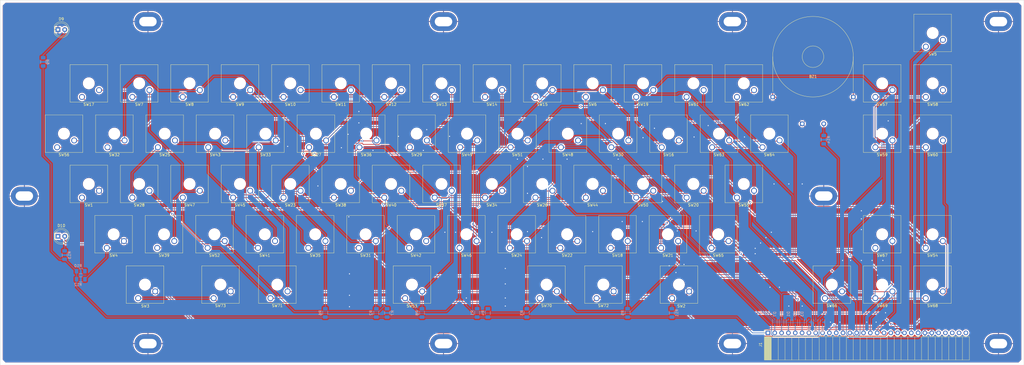
<source format=kicad_pcb>
(kicad_pcb (version 20221018) (generator pcbnew)
  (layers (0 "F.Cu" signal) (31 "B.Cu" signal) (34 "B.Paste" user) (35 "F.Paste" user) (36 "B.SilkS" user "B.Silkscreen") (37 "F.SilkS" user "F.Silkscreen") (38 "B.Mask" user) (39 "F.Mask" user) (44 "Edge.Cuts" user))
  (net 0 "")
  (net 1 "/+5V")
  (net 2 "/GND")
  (net 3 "/PA2L")
  (net 4 "Net-(D1-A)")
  (net 5 "/PA3L")
  (net 6 "Net-(D2-A)")
  (net 7 "/PA4L")
  (net 8 "Net-(D3-A)")
  (net 9 "/PA5L")
  (net 10 "Net-(D4-A)")
  (net 11 "/PA6L")
  (net 12 "Net-(D5-A)")
  (net 13 "/PA7L")
  (net 14 "/PA7LVD")
  (net 15 "/PA0L")
  (net 16 "Net-(D7-A)")
  (net 17 "/PA1L")
  (net 18 "Net-(D8-A)")
  (net 19 "Net-(D9-A)")
  (net 20 "/K17")
  (net 21 "Net-(D10-A)")
  (net 22 "/PB0L")
  (net 23 "/PB1L")
  (net 24 "/PB2L")
  (net 25 "/PB3L")
  (net 26 "/PB4L")
  (net 27 "/PB5L")
  (net 28 "/PB6L")
  (net 29 "/PB7L")
  (net 30 "/PC6L")
  (net 31 "/PC5L")
  (net 32 "/PC4L")
  (net 33 "/BIP")
  (net 34 "Net-(BZ1--)")
  (net 35 "/K21")
  (net 36 "/K22")
  (footprint "P0101kbdLib:OvHole" (layer "F.Cu") (at 180 135)
    (fp_text reference "OVH1")
    (fp_text value "OvHole")
  )
  (footprint "P0101kbdLib:SW_Cherry_MX_1.00u_Plate_" (layer "F.Cu") (at 235.5 38 180)
    (fp_text reference "SW6")
    (fp_text value "0")
  )
  (footprint "P0101kbdLib:SW_Cherry_MX_1.00u_Plate_" (layer "F.Cu") (at 76.25 56.75 180)
    (fp_text reference "SW25")
    (fp_text value "SW_Push")
  )
  (footprint "P0101kbdLib:SW_Cherry_MX_1.00u_Plate_" (layer "F.Cu") (at 85.5 75.5 180)
    (fp_text reference "SW47")
    (fp_text value "SW_Push")
  )
  (footprint "P0101kbdLib:SW_Cherry_MX_1.00u_Plate_" (layer "F.Cu") (at 198 75.5 180)
    (fp_text reference "SW34")
    (fp_text value "SW_Push")
  )
  (footprint "P0101kbdLib:SW_Cherry_MX_1.00u_Plate_" (layer "F.Cu") (at 216.75 38 180)
    (fp_text reference "SW15")
    (fp_text value "9)")
  )
  (footprint "P0101kbdLib:SW_Cherry_MX_1.00u_Plate_" (layer "F.Cu") (at 94.75 94.25 180)
    (fp_text reference "SW52")
    (fp_text value "SW_Push")
  )
  (footprint "P0101kbdLib:SW_Cherry_MX_1.00u_Plate_" (layer "F.Cu") (at 362 94.25 180)
    (fp_text reference "SW54")
    (fp_text value "SW_Push")
  )
  (footprint "P0101kbdLib:SW_Cherry_MX_1.00u_Plate_" (layer "F.Cu") (at 343.25 94.25 180)
    (fp_text reference "SW67")
    (fp_text value "SW_Push")
  )
  (footprint "P0101kbdLib:SW_Cherry_MX_1.00u_Plate_" (layer "F.Cu") (at 113.5 94.25 180)
    (fp_text reference "SW41")
    (fp_text value "SW_Push")
  )
  (footprint "P0101kbdLib:SW_Cherry_MX_1.00u_Plate_" (layer "F.Cu") (at 113.75 56.75 180)
    (fp_text reference "SW33")
    (fp_text value "SW_Push")
  )
  (footprint "P0101kbdLib:SW_Cherry_MX_1.00u_Plate_" (layer "F.Cu") (at 170 56.75 180)
    (fp_text reference "SW29")
    (fp_text value "SW_Push")
  )
  (footprint "P0101kbdLib:SW_Cherry_MX_1.00u_Plate_" (layer "F.Cu") (at 343.25 113 180)
    (fp_text reference "SW69")
    (fp_text value "SW_Push")
  )
  (footprint "P0101kbdLib:SW_Cherry_MX_1.00u_Plate_" (layer "F.Cu") (at 188.75 56.75 180)
    (fp_text reference "SW49")
    (fp_text value "SW_Push")
  )
  (footprint "P0101kbdLib:SW_Cherry_MX_1.25u_Plate_" (layer "F.Cu") (at 239.5 113 180)
    (fp_text reference "SW72")
    (fp_text value "SW_Push")
  )
  (footprint "P0101kbdLib:SW_Cherry_MX_1.00u_Plate_" (layer "F.Cu") (at 254.25 38 180)
    (fp_text reference "SW19")
    (fp_text value "-=")
  )
  (footprint "P0101kbdLib:SW_Cherry_MX_1.00u_Plate_" (layer "F.Cu") (at 123 75.5 180)
    (fp_text reference "SW23")
    (fp_text value "SW_Push")
  )
  (footprint "P0101kbdLib:SW_Cherry_MX_1.25u_Plate_" (layer "F.Cu") (at 267.6 113 180)
    (fp_text reference "SW2")
    (fp_text value "SW_Push")
  )
  (footprint "P0101kbdLib:SW_Cherry_MX_1.00u_Plate_" (layer "F.Cu") (at 48 75.5 180)
    (fp_text reference "SW1")
    (fp_text value "SW_Push")
  )
  (footprint "P0101kbdLib:SW_Cherry_MX_1.00u_Plate_" (layer "F.Cu") (at 38.75 56.75 180)
    (fp_text reference "SW56")
    (fp_text value "SW_Push")
  )
  (footprint "P0101kbdLib:SW_Cherry_MX_1.00u_Plate_" (layer "F.Cu") (at 188.5 94.25 180)
    (fp_text reference "SW46")
    (fp_text value "SW_Push")
  )
  (footprint "P0101kbdLib:SW_Cherry_MX_1.00u_Plate_" (layer "F.Cu") (at 123 38 180)
    (fp_text reference "SW10")
    (fp_text value "4$")
  )
  (footprint "P0101kbdLib:SW_Cherry_MX_1.00u_Plate_" (layer "F.Cu") (at 273 38 180)
    (fp_text reference "SW61")
    (fp_text value "SW_Push")
  )
  (footprint "P0101kbdLib:SW_Cherry_MX_1.00u_Plate_" (layer "F.Cu") (at 218.35 113 180)
    (fp_text reference "SW70")
    (fp_text value "SW_Push")
  )
  (footprint "P0101kbdLib:SW_Cherry_MX_1.25u_Plate_" (layer "F.Cu") (at 68.9 113 180)
    (fp_text reference "SW3")
    (fp_text value "SW_Push")
  )
  (footprint "P0101kbdLib:SW_Cherry_MX_1.00u_Plate_" (layer "F.Cu") (at 66.75 75.5 180)
    (fp_text reference "SW28")
    (fp_text value "SW_Push")
  )
  (footprint "P0101kbdLib:SW_Cherry_MX_1.00u_Plate_" (layer "F.Cu") (at 141.75 75.5 180)
    (fp_text reference "SW38")
    (fp_text value "SW_Push")
  )
  (footprint "P0101kbdLib:SW_Cherry_MX_1.00u_Plate_" (layer "F.Cu") (at 343.25 38 180)
    (fp_text reference "SW57")
    (fp_text value "SW_Push")
  )
  (footprint "P0101kbdLib:SW_Cherry_MX_1.00u_Plate_" (layer "F.Cu") (at 343.25 56.75 180)
    (fp_text reference "SW59")
    (fp_text value "SW_Push")
  )
  (footprint "P0101kbdLib:SW_Cherry_MX_1.00u_Plate_" (layer "F.Cu") (at 263.5 94.25 180)
    (fp_text reference "SW21")
    (fp_text value "/?")
  )
  (footprint "P0101kbdLib:SW_Cherry_MX_1.00u_Plate_" (layer "F.Cu") (at 179.25 38 180)
    (fp_text reference "SW13")
    (fp_text value "7'")
  )
  (footprint "P0101kbdLib:SW_Cherry_MX_1.00u_Plate_" (layer "F.Cu") (at 301.25 56.75 180)
    (fp_text reference "SW64")
    (fp_text value "SW_Push")
  )
  (footprint "P0101kbdLib:OvHole" (layer "F.Cu") (at 70 135)
    (fp_text reference "OVH2")
    (fp_text value "OvHole")
  )
  (footprint "P0101kbdLib:SW_Cherry_MX_1.00u_Plate_" (layer "F.Cu") (at 263.75 56.75 180)
    (fp_text reference "SW16")
    (fp_text value ":*")
  )
  (footprint "P0101kbdLib:OvHole" (layer "F.Cu") (at 287.5 135)
    (fp_text reference "OVH3")
    (fp_text value "OvHole")
  )
  (footprint "P0101kbdLib:SW_Cherry_MX_1.00u_Plate_" (layer "F.Cu") (at 282.5 56.75 180)
    (fp_text reference "SW63")
    (fp_text value "SW_Push")
  )
  (footprint "P0101kbdLib:SW_Cherry_MX_1.00u_Plate_" (layer "F.Cu") (at 245 56.75 180)
    (fp_text reference "SW30")
    (fp_text value "SW_Push")
  )
  (footprint "P0101kbdLib:SW_Cherry_MX_1.00u_Plate_" (layer "F.Cu") (at 57.25 94.25 180)
    (fp_text reference "SW4")
    (fp_text value "SW_Push")
  )
  (footprint "P0101kbdLib:SW_Cherry_MX_1.00u_Plate_" (layer "F.Cu") (at 151 94.25 180)
    (fp_text reference "SW31")
    (fp_text value "SW_Push")
  )
  (footprint "P0101kbdLib:SW_Cherry_MX_1.00u_Plate_" (layer "F.Cu") (at 151.25 56.75 180)
    (fp_text reference "SW36")
    (fp_text value "SW_Push")
  )
  (footprint "P0101kbdLib:SW_Cherry_MX_1.00u_Plate_" (layer "F.Cu") (at 48 38 180)
    (fp_text reference "SW17")
    (fp_text value ";+")
  )
  (footprint "P0101kbdLib:OvHole" (layer "F.Cu") (at 321.5 80)
    (fp_text reference "OVH4")
    (fp_text value "OvHole")
  )
  (footprint "P0101kbdLib:SW_Cherry_MX_1.00u_Plate_" (layer "F.Cu") (at 291.75 38 180)
    (fp_text reference "SW62")
    (fp_text value "SW_Push")
  )
  (footprint "P0101kbdLib:SW_Cherry_MX_1.00u_Plate_" (layer "F.Cu") (at 57.5 56.75 180)
    (fp_text reference "SW32")
    (fp_text value "SW_Push")
  )
  (footprint "P0101kbdLib:SW_Cherry_MX_1.00u_Plate_" (layer "F.Cu") (at 226 94.25 180)
    (fp_text reference "SW22")
    (fp_text value "SW_Push")
  )
  (footprint "P0101kbdLib:SW_Cherry_MX_1.00u_Plate_" (layer "F.Cu") (at 104.25 75.5 180)
    (fp_text reference "SW45")
    (fp_text value "SW_Push")
  )
  (footprint "P0101kbdLib:SW_Cherry_MX_1.00u_Plate_" (layer "F.Cu") (at 76 94.25 180)
    (fp_text reference "SW39")
    (fp_text value "SW_Push")
  )
  (footprint "P0101kbdLib:OvHole" (layer "F.Cu") (at 180 15)
    (fp_text reference "OVH5")
    (fp_text value "OvHole")
  )
  (footprint "P0101kbdLib:SW_Cherry_MX_1.00u_Plate_" (layer "F.Cu") (at 85.5 38 180)
    (fp_text reference "SW8")
    (fp_text value "2\"")
  )
  (footprint "P0101kbdLib:SW_Cherry_MX_1.00u_Plate_" (layer "F.Cu") (at 141.75 38 180)
    (fp_text reference "SW11")
    (fp_text value "5%")
  )
  (footprint "P0101kbdLib:SW_Cherry_MX_1.00u_Plate_" (layer "F.Cu") (at 179.25 75.5 180)
    (fp_text reference "SW37")
    (fp_text value "SW_Push")
  )
  (footprint "P0101kbdLib:SW_Cherry_MX_1.00u_Plate_" (layer "F.Cu") (at 226.25 56.75 180)
    (fp_text reference "SW48")
    (fp_text value "SW_Push")
  )
  (footprint "P0101kbdLib:SW_Cherry_MX_1.00u_Plate_" (layer "F.Cu") (at 118.15 113 180)
    (fp_text reference "SW71")
    (fp_text value "SW_Push")
  )
  (footprint "P0101kbdLib:OvHole" (layer "F.Cu") (at 24 80)
    (fp_text reference "OVH6")
    (fp_text value "OvHole")
  )
  (footprint "P0101kbdLib:SW_Cherry_MX_1.00u_Plate_" (layer "F.Cu") (at 132.5 56.75 180)
    (fp_text reference "SW27")
    (fp_text value "SW_Push")
  )
  (footprint "P0101kbdLib:SW_Cherry_MX_1.00u_Plate_" (layer "F.Cu") (at 362.04 38 180)
    (fp_text reference "SW58")
    (fp_text value "SW_Push")
  )
  (footprint "LED_THT:LED_D5.0mm" (layer "F.Cu") (at 36.5 18)
    (fp_text reference "D9")
    (fp_text value "LED")
  )
  (footprint "P0101kbdLib:PinSocket_1x30_P2.54mm_Horizontal_" (layer "F.Cu") (at 300.736 131 90)
    (fp_text reference "J1")
    (fp_text value "Conn_01x26_Socket")
  )
  (footprint "P0101kbdLib:SW_Cherry_MX_1.00u_Plate_" (layer "F.Cu") (at 207.5 56.75 180)
    (fp_text reference "SW51")
    (fp_text value "SW_Push")
  )
  (footprint "P0101kbdLib:OvHole" (layer "F.Cu") (at 386.5 15)
    (fp_text reference "OVH7")
    (fp_text value "OvHole")
  )
  (footprint "P0101kbdLib:SW_Cherry_MX_1.00u_Plate_" (layer "F.Cu") (at 95 56.75 180)
    (fp_text reference "SW43")
    (fp_text value "SW_Push")
  )
  (footprint "LED_THT:LED_D5.0mm" (layer "F.Cu") (at 36.5 95)
    (fp_text reference "D10")
    (fp_text value "LED")
  )
  (footprint "P0101kbdLib:SW_Cherry_MX_1.00u_Plate_" (layer "F.Cu") (at 244.75 94.25 180)
    (fp_text reference "SW18")
    (fp_text value ",<")
  )
  (footprint "P0101kbdLib:SW_Cherry_MX_1.00u_Plate_" (layer "F.Cu") (at 324.5 113 180)
    (fp_text reference "SW66")
    (fp_text value "SW_Push")
  )
  (footprint "P0101kbdLib:SW_Cherry_MX_1.00u_Plate_" (layer "F.Cu") (at 291.75 75.5 180)
    (fp_text reference "SW55")
    (fp_text value "SW_Push")
  )
  (footprint "P0101kbdLib:SW_Cherry_MX_1.00u_Plate_" (layer "F.Cu") (at 104.25 38 180)
    (fp_text reference "SW9")
    (fp_text value "3#")
  )
  (footprint "P0101kbdLib:SW_Cherry_MX_1.00u_Plate_" (layer "F.Cu") (at 66.75 38 180)
    (fp_text reference "SW7")
    (fp_text value "1!")
  )
  (footprint "P0101kbdLib:SW_Cherry_MX_1.00u_Plate_" (layer "F.Cu") (at 254.25 75.5 180)
    (fp_text reference "SW50")
    (fp_text value "SW_Push")
  )
  (footprint "P0101kbdLib:SW_Cherry_MX_1.00u_Plate_" (layer "F.Cu") (at 216.75 75.5 180)
    (fp_text reference "SW26")
    (fp_text value "SW_Push")
  )
  (footprint "P0101kbdLib:SW_Cherry_MX_1.00u_Plate_" (layer "F.Cu") (at 235.5 75.5 180)
    (fp_text reference "SW44")
    (fp_text value "SW_Push")
  )
  (footprint "P0101kbdLib:SW_Cherry_MX_1.00u_Plate_" (layer "F.Cu") (at 362.04 19.25 180)
    (fp_text reference "SW5")
    (fp_text value "SW_Push")
  )
  (footprint "P0101kbdLib:OvHole" (layer "F.Cu") (at 70 15)
    (fp_text reference "OVH8")
    (fp_text value "OvHole")
  )
  (footprint "P0101kbdLib:OvHole" (layer "F.Cu") (at 386.5 135)
    (fp_text reference "OVH9")
    (fp_text value "OvHole")
  )
  (footprint "P0101kbdLib:SW_Cherry_MX_1.00u_Plate_" (layer "F.Cu") (at 160.5 75.5 180)
    (fp_text reference "SW40")
    (fp_text value "SW_Push")
  )
  (footprint "P0101kbdLib:ZP1" (layer "F.Cu") (at 317.5 53.08 -90)
    (fp_text reference "BZ1")
    (fp_text value "Buzzer")
  )
  (footprint "P0101kbdLib:SW_Cherry_MX_6.25u_Plate" (layer "F.Cu") (at 168.25 113 180)
    (fp_text reference "SW53")
    (fp_text value "SW_Push")
  )
  (footprint "P0101kbdLib:SW_Cherry_MX_1.00u_Plate_" (layer "F.Cu") (at 132.25 94.25 180)
    (fp_text reference "SW35")
    (fp_text value "SW_Push")
  )
  (footprint "P0101kbdLib:SW_Cherry_MX_1.00u_Plate_" (layer "F.Cu") (at 160.5 38 180)
    (fp_text reference "SW12")
    (fp_text value "6&")
  )
  (footprint "P0101kbdLib:SW_Cherry_MX_1.00u_Plate_" (layer "F.Cu") (at 198 38 180)
    (fp_text reference "SW14")
    (fp_text value "8(")
  )
  (footprint "P0101kbdLib:SW_Cherry_MX_1.00u_Plate_" (layer "F.Cu") (at 282.25 94.25 180)
    (fp_text reference "SW65")
    (fp_text value "SW_Push")
  )
  (footprint "P0101kbdLib:OvHole" (layer "F.Cu") (at 287.5 15)
    (fp_text reference "OVH10")
    (fp_text value "OvHole")
  )
  (footprint "P0101kbdLib:SW_Cherry_MX_1.00u_Plate_" (layer "F.Cu") (at 169.75 94.25 180)
    (fp_text reference "SW42")
    (fp_text value "SW_Push")
  )
  (footprint "P0101kbdLib:SW_Cherry_MX_1.00u_Plate_" (layer "F.Cu") (at 362.04 56.75 180)
    (fp_text reference "SW60")
    (fp_text value "SW_Push")
  )
  (footprint "P0101kbdLib:SW_Cherry_MX_1.00u_Plate_" (layer "F.Cu") (at 273 75.5 180)
    (fp_text reference "SW20")
    (fp_text value ".>")
  )
  (footprint "P0101kbdLib:SW_Cherry_MX_1.00u_Plate_" (layer "F.Cu") (at 207.25 94.25 180)
    (fp_text reference "SW24")
    (fp_text value "SW_Push")
  )
  (footprint "P0101kbdLib:SW_Cherry_MX_1.25u_Plate_" (layer "F.Cu") (at 97 113 180)
    (fp_text reference "SW73")
    (fp_text value "SW_Push")
  )
  (footprint "P0101kbdLib:SW_Cherry_MX_1.00u_Plate_" (layer "F.Cu") (at 362 113 180)
    (fp_text reference "SW68")
    (fp_text value "SW_Push")
  )
  (footprint "Diode_SMD:D_SOD-323" (layer "B.Cu") (at 310.896 127 90)
    (fp_text reference "D2")
    (fp_text value "1N4148")
  )
  (footprint "Resistor_SMD:R_1206_3216Metric_Pad1.30x1.75mm_HandSolder" (layer "B.Cu") (at 39 102 90)
    (fp_text reference "R13")
    (fp_text value "330")
  )
  (footprint "Resistor_SMD:R_1206_3216Metric_Pad1.30x1.75mm_HandSolder" (layer "B.Cu") (at 265 123.55 90)
    (fp_text reference "R11")
    (fp_text value "10K")
  )
  (footprint "Resistor_SMD:R_1206_3216Metric_Pad1.30x1.75mm_HandSolder" (layer "B.Cu") (at 211 123.55 -90)
    (fp_text reference "R3")
    (fp_text value "10K")
  )
  (footprint "Diode_SMD:D_SOD-323" (layer "B.Cu") (at 305.816 127 90)
    (fp_text reference "D8")
    (fp_text value "1N4148")
  )
  (footprint "Resistor_SMD:R_1206_3216Metric_Pad1.30x1.75mm_HandSolder" (layer "B.Cu") (at 248.5 123.55 -90)
    (fp_text reference "R5")
    (fp_text value "10K")
  )
  (footprint "Diode_SMD:D_SOD-323" (layer "B.Cu") (at 321.056 127 90)
    (fp_text reference "D6")
    (fp_text value "1N4148")
  )
  (footprint "Resistor_SMD:R_1206_3216Metric_Pad1.30x1.75mm_HandSolder" (layer "B.Cu") (at 45 111)
    (fp_text reference "R12")
    (fp_text value "10K")
  )
  (footprint "Resistor_SMD:R_1206_3216Metric_Pad1.30x1.75mm_HandSolder" (layer "B.Cu") (at 45 108)
    (fp_text reference "R10")
    (fp_text value "10K")
  )
  (footprint "Resistor_SMD:R_1206_3216Metric_Pad1.30x1.75mm_HandSolder" (layer "B.Cu") (at 192.5 123.55 -90)
    (fp_text reference "R1")
    (fp_text value "10K")
  )
  (footprint "Resistor_SMD:R_1206_3216Metric_Pad1.30x1.75mm_HandSolder" (layer "B.Cu") (at 155 123.55 -90)
    (fp_text reference "R2")
    (fp_text value "10K")
  )
  (footprint "Resistor_SMD:R_1206_3216Metric_Pad1.30x1.75mm_HandSolder" (layer "B.Cu") (at 136 123.55 -90)
    (fp_text reference "R6")
    (fp_text value "10K")
  )
  (footprint "Resistor_SMD:R_1206_3216Metric_Pad1.30x1.75mm_HandSolder" (layer "B.Cu") (at 159 123.55 -90)
    (fp_text reference "R7")
    (fp_text value "10K")
  )
  (footprint "Resistor_SMD:R_1206_3216Metric_Pad1.30x1.75mm_HandSolder" (layer "B.Cu") (at 321.5 59 90)
    (fp_text reference "R14")
    (fp_text value "120")
  )
  (footprint "Diode_SMD:D_SOD-323" (layer "B.Cu") (at 313.436 127 90)
    (fp_text reference "D3")
    (fp_text value "1N4148")
  )
  (footprint "Diode_SMD:D_SOD-323" (layer "B.Cu") (at 308.356 127 90)
    (fp_text reference "D1")
    (fp_text value "1N4148")
  )
  (footprint "Diode_SMD:D_SOD-323" (layer "B.Cu") (at 303.276 127 90)
    (fp_text reference "D7")
    (fp_text value "1N4148")
  )
  (footprint "Diode_SMD:D_SOD-323" (layer "B.Cu") (at 315.976 127 90)
    (fp_text reference "D4")
    (fp_text value "1N4148")
  )
  (footprint "Diode_SMD:D_SOD-323" (layer "B.Cu") (at 318.516 127 90)
    (fp_text reference "D5")
    (fp_text value "1N4148")
  )
  (footprint "Resistor_SMD:R_1206_3216Metric_Pad1.30x1.75mm_HandSolder" (layer "B.Cu") (at 196.5 123.55 -90)
    (fp_text reference "R4")
    (fp_text value "10K")
  )
  (footprint "Resistor_SMD:R_1206_3216Metric_Pad1.30x1.75mm_HandSolder" (layer "B.Cu") (at 31 30 90)
    (fp_text reference "R9")
    (fp_text value "330")
  )
  (footprint "Resistor_SMD:R_1206_3216Metric_Pad1.30x1.75mm_HandSolder" (layer "B.Cu") (at 172 123.55 -90)
    (fp_text reference "R8")
    (fp_text value "10K")
  )
  (gr_poly (pts (xy 15 7) (xy 15 143) (xy 396 143) (xy 396 7)) (stroke (width 0.1)) (fill none) (layer "Edge.Cuts"))
  (segment (start 265 125.1) (end 248.5 125.1) (width 0.25) (layer "B.Cu") (net 1))
  (segment (start 155 125.1) (end 136 125.1) (width 0.25) (layer "B.Cu") (net 1))
  (segment (start 196.5 125.1) (end 192.5 125.1) (width 0.25) (layer "B.Cu") (net 1))
  (segment (start 39 103.55) (end 37.05 103.55) (width 0.25) (layer "B.Cu") (net 1))
  (segment (start 43.45 108) (end 39 103.55) (width 0.25) (layer "B.Cu") (net 1))
  (segment (start 300.736 131) (end 295 131) (width 0.25) (layer "B.Cu") (net 1))
  (segment (start 34 68) (end 31 65) (width 0.25) (layer "B.Cu") (net 1))
  (segment (start 172 125.1) (end 159 125.1) (width 0.25) (layer "B.Cu") (net 1))
  (segment (start 43.45 111) (end 43.45 108) (width 0.25) (layer "B.Cu") (net 1))
  (segment (start 159 125.1) (end 155 125.1) (width 0.25) (layer "B.Cu") (net 1))
  (segment (start 54.6 125.1) (end 43.45 113.95) (width 0.25) (layer "B.Cu") (net 1))
  (segment (start 192.5 125.1) (end 172 125.1) (width 0.25) (layer "B.Cu") (net 1))
  (segment (start 248.5 125.1) (end 211 125.1) (width 0.25) (layer "B.Cu") (net 1))
  (segment (start 136 125.1) (end 54.6 125.1) (width 0.25) (layer "B.Cu") (net 1))
  (segment (start 37.05 103.55) (end 34 100.5) (width 0.25) (layer "B.Cu") (net 1))
  (segment (start 43.45 113.95) (end 43.45 111) (width 0.25) (layer "B.Cu") (net 1))
  (segment (start 295 131) (end 289.1 125.1) (width 0.25) (layer "B.Cu") (net 1))
  (segment (start 34 100.5) (end 34 68) (width 0.25) (layer "B.Cu") (net 1))
  (segment (start 211 125.1) (end 196.5 125.1) (width 0.25) (layer "B.Cu") (net 1))
  (segment (start 289.1 125.1) (end 265 125.1) (width 0.25) (layer "B.Cu") (net 1))
  (segment (start 31 65) (end 31 31.55) (width 0.25) (layer "B.Cu") (net 1))
  (segment (start 267 93) (end 274 93) (width 0.25) (layer "F.Cu") (net 2))
  (segment (start 287.5 135) (end 180 135) (width 0.25) (layer "F.Cu") (net 2))
  (segment (start 313.5 75.5) (end 308.5 75.5) (width 0.25) (layer "F.Cu") (net 2))
  (segment (start 30.5 135) (end 24 128.5) (width 0.25) (layer "F.Cu") (net 2))
  (segment (start 208.5 66.25) (end 207.5 66.25) (width 0.25) (layer "F.Cu") (net 2))
  (segment (start 327.5 127) (end 337.5 127) (width 0.25) (layer "F.Cu") (net 2))
  (segment (start 321.5 61.08) (end 313.5 53.08) (width 0.25) (layer "F.Cu") (net 2))
  (segment (start 302.5 15) (end 332.5 15) (width 0.25) (layer "F.Cu") (net 2))
  (segment (start 380.5 135) (end 374.5 141) (width 0.25) (layer "F.Cu") (net 2))
  (segment (start 332.5 15) (end 386.5 15) (width 0.25) (layer "F.Cu") (net 2))
  (segment (start 293.5 135) (end 287.5 135) (width 0.25) (layer "F.Cu") (net 2))
  (segment (start 29.5 15) (end 70 15) (width 0.25) (layer "F.Cu") (net 2))
  (segment (start 313.5 53.08) (end 303.5 43.08) (width 0.25) (layer "F.Cu") (net 2))
  (segment (start 180 135) (end 70 135) (width 0.25) (layer "F.Cu") (net 2))
  (segment (start 303 75.5) (end 308.5 75.5) (width 0.25) (layer "F.Cu") (net 2))
  (segment (start 302 93.5) (end 300 95.5) (width 0.25) (layer "F.Cu") (net 2))
  (segment (start 299.5 141) (end 293.5 135) (width 0.25) (layer "F.Cu") (net 2))
  (segment (start 302.5 43.08) (end 302.5 15) (width 0.25) (layer "F.Cu") (net 2))
  (segment (start 328.5 104) (end 331.5 104) (width 0.25) (layer "F.Cu") (net 2))
  (segment (start 332.5 43.08) (end 332.5 15) (width 0.25) (layer "F.Cu") (net 2))
  (segment (start 264 106) (end 266.5 108.5) (width 0.25) (layer "F.Cu") (net 2))
  (segment (start 180 15) (end 287.5 15) (width 0.25) (layer "F.Cu") (net 2))
  (segment (start 343.5 104) (end 339.5 104) (width 0.25) (layer "F.Cu") (net 2))
  (segment (start 335.5 92.5) (end 335.5 88.5) (width 0.25) (layer "F.Cu") (net 2))
  (segment (start 24 80) (end 24 20.5) (width 0.25) (layer "F.Cu") (net 2))
  (segment (start 287.5 15) (end 302.5 15) (width 0.25) (layer "F.Cu") (net 2))
  (segment (start 246.5 89.5) (end 254 89.5) (width 0.25) (layer "F.Cu") (net 2))
  (segment (start 254 89.5) (end 261.5 82) (width 0.25) (layer "F.Cu") (net 2))
  (segment (start 386.5 15) (end 386.5 135) (width 0.25) (layer "F.Cu") (net 2))
  (segment (start 324 127) (end 327.5 127) (width 0.25) (layer "F.Cu") (net 2))
  (segment (start 321.5 80) (end 321.5 61.08) (width 0.25) (layer "F.Cu") (net 2))
  (segment (start 24 128.5) (end 24 80) (width 0.25) (layer "F.Cu") (net 2))
  (segment (start 70 135) (end 30.5 135) (width 0.25) (layer "F.Cu") (net 2))
  (segment (start 203 118) (end 191.75 118) (width 0.25) (layer "F.Cu") (net 2))
  (segment (start 70 15) (end 180 15) (width 0.25) (layer "F.Cu") (net 2))
  (segment (start 386.5 135) (end 380.5 135) (width 0.25) (layer "F.Cu") (net 2))
  (segment (start 300 95.5) (end 298 97.5) (width 0.25) (layer "F.Cu") (net 2))
  (segment (start 24 20.5) (end 29.5 15) (width 0.25) (layer "F.Cu") (net 2))
  (segment (start 191.75 118) (end 188.5 118) (width 0.25) (layer "F.Cu") (net 2))
  (segment (start 211.25 69) (end 208.5 66.25) (width 0.25) (layer "F.Cu") (net 2))
  (segment (start 337.5 127) (end 341 127) (width 0.25) (layer "F.Cu") (net 2))
  (segment (start 335.5 104) (end 331.5 104) (width 0.25) (layer "F.Cu") (net 2))
  (segment (start 303.5 43.08) (end 302.5 43.08) (width 0.25) (layer "F.Cu") (net 2))
  (segment (start 374.5 141) (end 299.5 141) (width 0.25) (layer "F.Cu") (net 2))
  (via (at 264 106) (size 0.8) (drill 0.4) (layers "F.Cu" "B.Cu") (net 2))
  (via (at 203 107) (size 0.8) (drill 0.4) (layers "F.Cu" "B.Cu") (net 2))
  (via (at 308.5 75.5) (size 0.8) (drill 0.4) (layers "F.Cu" "B.Cu") (net 2))
  (via (at 313.5 75.5) (size 0.8) (drill 0.4) (layers "F.Cu" "B.Cu") (net 2))
  (via (at 203 112.75) (size 0.8) (drill 0.4) (layers "F.Cu" "B.Cu") (net 2))
  (via (at 180.5 93.5) (size 0.8) (drill 0.4) (layers "F.Cu" "B.Cu") (net 2))
  (via (at 308.5 121) (size 0.8) (drill 0.4) (layers "F.Cu" "B.Cu") (net 2))
  (via (at 142 62) (size 0.8) (drill 0.4) (layers "F.Cu" "B.Cu") (net 2))
  (via (at 302 93.5) (size 0.8) (drill 0.4) (layers "F.Cu" "B.Cu") (net 2))
  (via (at 341 127) (size 0.8) (drill 0.4) (layers "F.Cu" "B.Cu") (net 2))
  (via (at 324 127) (size 0.8) (drill 0.4) (layers "F.Cu" "B.Cu") (net 2))
  (via (at 163.25 57.75) (size 0.8) (drill 0.4) (layers "F.Cu" "B.Cu") (net 2))
  (via (at 305 114) (size 0.8) (drill 0.4) (layers "F.Cu" "B.Cu") (net 2))
  (via (at 298 97.5) (size 0.8) (drill 0.4) (layers "F.Cu" "B.Cu") (net 2))
  (via (at 335.5 85.5) (size 0.8) (drill 0.4) (layers "F.Cu" "B.Cu") (net 2))
  (via (at 133.25 76.25) (size 0.8) (drill 0.4) (layers "F.Cu" "B.Cu") (net 2))
  (via (at 313.5 121) (size 0.8) (drill 0.4) (layers "F.Cu" "B.Cu") (net 2))
  (via (at 339.5 104) (size 0.8) (drill 0.4) (layers "F.Cu" "B.Cu") (net 2))
  (via (at 303 75.5) (size 0.8) (drill 0.4) (layers "F.Cu" "B.Cu") (net 2))
  (via (at 296 101.5) (size 0.8) (drill 0.4) (layers "F.Cu" "B.Cu") (net 2))
  (via (at 145 121.25) (size 0.8) (drill 0.4) (layers "F.Cu" "B.Cu") (net 2))
  (via (at 153.75 63) (size 0.8) (drill 0.4) (layers "F.Cu" "B.Cu") (net 2))
  (via (at 148.5 52.75) (size 0.8) (drill 0.4) (layers "F.Cu" "B.Cu") (net 2))
  (via (at 211.25 69) (size 0.8) (drill 0.4) (layers "F.Cu" "B.Cu") (net 2))
  (via (at 203 121) (size 0.8) (drill 0.4) (layers "F.Cu" "B.Cu") (net 2))
  (via (at 254.25 58.25) (size 0.8) (drill 0.4) (layers "F.Cu" "B.Cu") (net 2))
  (via (at 335.5 92.5) (size 0.8) (drill 0.4) (layers "F.Cu" "B.Cu") (net 2))
  (via (at 145 117) (size 0.8) (drill 0.4) (layers "F.Cu" "B.Cu") (net 2))
  (via (at 296 99.5) (size 0.8) (drill 0.4) (layers "F.Cu" "B.Cu") (net 2))
  (via (at 300 95.5) (size 0.8) (drill 0.4) (layers "F.Cu" "B.Cu") (net 2))
  (via (at 254 89.5) (size 0.8) (drill 0.4) (layers "F.Cu" "B.Cu") (net 2))
  (via (at 267 93) (size 0.8) (drill 0.4) (layers "F.Cu" "B.Cu") (net 2))
  (via (at 261.5 82) (size 0.8) (drill 0.4) (layers "F.Cu" "B.Cu") (net 2))
  (via (at 266.5 108.5) (size 0.8) (drill 0.4) (layers "F.Cu" "B.Cu") (net 2))
  (via (at 211.25 93.25) (size 0.8) (drill 0.4) (layers "F.Cu" "B.Cu") (net 2))
  (via (at 172.5 63) (size 0.8) (drill 0.4) (layers "F.Cu" "B.Cu") (net 2))
  (via (at 217 66.25) (size 0.8) (drill 0.4) (layers "F.Cu" "B.Cu") (net 2))
  (via (at 207.5 66.25) (size 0.8) (drill 0.4) (layers "F.Cu" "B.Cu") (net 2))
  (via (at 173.75 55.25) (size 0.8) (drill 0.4) (layers "F.Cu" "B.Cu") (net 2))
  (via (at 337.5 127) (size 0.8) (drill 0.4) (layers "F.Cu" "B.Cu") (net 2))
  (via (at 273.25 58) (size 0.8) (drill 0.4) (layers "F.Cu" "B.Cu") (net 2))
  (via (at 258.5 54.75) (size 0.8) (drill 0.4) (layers "F.Cu" "B.Cu") (net 2))
  (via (at 226 66.25) (size 0.8) (drill 0.4) (layers "F.Cu" "B.Cu") (net 2))
  (via (at 343.5 104) (size 0.8) (drill 0.4) (layers "F.Cu" "B.Cu") (net 2))
  (via (at 231.25 53) (size 0.8) (drill 0.4) (layers "F.Cu" "B.Cu") (net 2))
  (via (at 203 118) (size 0.8) (drill 0.4) (layers "F.Cu" "B.Cu") (net 2))
  (via (at 335.5 88.5) (size 0.8) (drill 0.4) (layers "F.Cu" "B.Cu") (net 2))
  (via (at 269.5 105.5) (size 0.8) (drill 0.4) (layers "F.Cu" "B.Cu") (net 2))
  (via (at 144.75 87.75) (size 0.8) (drill 0.4) (layers "F.Cu" "B.Cu") (net 2))
  (via (at 345.5 52) (size 0.8) (drill 0.4) (layers "F.Cu" "B.Cu") (net 2))
  (via (at 278.5 53.75) (size 0.8) (drill 0.4) (layers "F.Cu" "B.Cu") (net 2))
  (via (at 144.5 57) (size 0.8) (drill 0.4) (layers "F.Cu" "B.Cu") (net 2))
  (via (at 148.5 48.5) (size 0.8) (drill 0.4) (layers "F.Cu" "B.Cu") (net 2))
  (via (at 274 93) (size 0.8) (drill 0.4) (layers "F.Cu" "B.Cu") (net 2))
  (via (at 184.5 93.5) (size 0.8) (drill 0.4) (layers "F.Cu" "B.Cu") (net 2))
  (via (at 324 121) (size 0.8) (drill 0.4) (layers "F.Cu" "B.Cu") (net 2))
  (via (at 343 120) (size 0.8) (drill 0.4) (layers "F.Cu" "B.Cu") (net 2))
  (via (at 188.5 118) (size 0.8) (drill 0.4) (layers "F.Cu" "B.Cu") (net 2))
  (via (at 328.5 104) (size 0.8) (drill 0.4) (layers "F.Cu" "B.Cu") (net 2))
  (via (at 331.5 104) (size 0.8) (drill 0.4) (layers "F.Cu" "B.Cu") (net 2))
  (via (at 198 93.5) (size 0.8) (drill 0.4) (layers "F.Cu" "B.Cu") (net 2))
  (via (at 301.5 114) (size 0.8) (drill 0.4) (layers "F.Cu" "B.Cu") (net 2))
  (via (at 145 109) (size 0.8) (drill 0.4) (layers "F.Cu" "B.Cu") (net 2))
  (via (at 122 61.5) (size 0.8) (drill 0.4) (layers "F.Cu" "B.Cu") (net 2))
  (via (at 335.5 104) (size 0.8) (drill 0.4) (layers "F.Cu" "B.Cu") (net 2))
  (via (at 246.5 89.5) (size 0.8) (drill 0.4) (layers "F.Cu" "B.Cu") (net 2))
  (via (at 182.25 57.75) (size 0.8) (drill 0.4) (layers "F.Cu" "B.Cu") (net 2))
  (via (at 341.5 109.5) (size 0.8) (drill 0.4) (layers "F.Cu" "B.Cu") (net 2))
  (via (at 216.5 95.5) (size 0.8) (drill 0.4) (layers "F.Cu" "B.Cu") (net 2))
  (via (at 344.5 123.5) (size 0.8) (drill 0.4) (layers "F.Cu" "B.Cu") (net 2))
  (via (at 235.5 93.25) (size 0.8) (drill 0.4) (layers "F.Cu" "B.Cu") (net 2))
  (via (at 327.5 127) (size 0.8) (drill 0.4) (layers "F.Cu" "B.Cu") (net 2))
  (via (at 245 66.25) (size 0.8) (drill 0.4) (layers "F.Cu" "B.Cu") (net 2))
  (via (at 292 58) (size 0.8) (drill 0.4) (layers "F.Cu" "B.Cu") (net 2))
  (via (at 211.25 79) (size 0.8) (drill 0.4) (layers "F.Cu" "B.Cu") (net 2))
  (via (at 240.25 53) (size 0.8) (drill 0.4) (layers "F.Cu" "B.Cu") (net 2))
  (segment (start 341 127) (end 344.5 123.5) (width 0.25) (layer "B.Cu") (net 2))
  (segment (start 203 118) (end 203 112.75) (width 0.25) (layer "B.Cu") (net 2))
  (segment (start 296 99.5) (end 298 97.5) (width 0.25) (layer "B.Cu") (net 2))
  (segment (start 341.5 109.5) (end 343.5 107.5) (width 0.25) (layer "B.Cu") (net 2))
  (segment (start 203 121) (end 203 118) (width 0.25) (layer "B.Cu") (net 2))
  (segment (start 359.156 131) (end 359.156 140.656) (width 0.25) (layer "B.Cu") (net 2))
  (segment (start 343.5 107.5) (end 343.5 104) (width 0.25) (layer "B.Cu") (net 2))
  (segment (start 211.25 69) (end 214 66.25) (width 0.25) (layer "B.Cu") (net 2))
  (segment (start 296 99.5) (end 296 101.5) (width 0.25) (layer "B.Cu") (net 2))
  (segment (start 335.5 104) (end 339.5 104) (width 0.25) (layer "B.Cu") (net 2))
  (segment (start 361.696 131) (end 361.696 140.804) (width 0.25) (layer "B.Cu") (net 2))
  (segment (start 335.5 104) (end 335.5 92.5) (width 0.25) (layer "B.Cu") (net 2))
  (segment (start 203 107) (end 203 112.75) (width 0.25) (layer "B.Cu") (net 2))
  (segment (start 211.25 79) (end 211.25 69) (width 0.25) (layer "B.Cu") (net 2))
  (segment (start 359.156 140.656) (end 359.5 141) (width 0.25) (layer "B.Cu") (net 2))
  (segment (start 374.5 141) (end 380.5 135) (width 0.25) (layer "B.Cu") (net 2))
  (segment (start 214 66.25) (end 217 66.25) (width 0.25) (layer "B.Cu") (net 2))
  (segment (start 380.5 135) (end 386.5 135) (width 0.25) (layer "B.Cu") (net 2))
  (segment (start 361.696 140.804) (end 361.5 141) (width 0.25) (layer "B.Cu") (net 2))
  (segment (start 299.5 141) (end 359.5 141) (width 0.25) (layer "B.Cu") (net 2))
  (segment (start 361.5 141) (end 374.5 141) (width 0.25) (layer "B.Cu") (net 2))
  (segment (start 287.5 135) (end 293.5 135) (width 0.25) (layer "B.Cu") (net 2))
  (segment (start 293.5 135) (end 299.5 141) (width 0.25) (layer "B.Cu") (net 2))
  (segment (start 335.5 88.5) (end 335.5 85.5) (width 0.25) (layer "B.Cu") (net 2))
  (segment (start 359.5 141) (end 361.5 141) (width 0.25) (layer "B.Cu") (net 2))
  (segment (start 324 121) (end 324 127) (width 0.25) (layer "B.Cu") (net 2))
  (segment (start 308.356 128.05) (end 308.356 131) (width 0.25) (layer "B.Cu") (net 3))
  (segment (start 217.3331 43.08) (end 215.8139 41.5608) (width 0.25) (layer "F.Cu") (net 4))
  (segment (start 82.96 43.08) (end 101.71 43.08) (width 0.25) (layer "F.Cu") (net 4))
  (segment (start 194.5898 41.581) (end 193.0908 43.08) (width 0.25) (layer "F.Cu") (net 4))
  (segment (start 196.501 41.581) (end 194.5898 41.581) (width 0.25) (layer "F.Cu") (net 4))
  (segment (start 157.96 43.08) (end 139.21 43.08) (width 0.25) (layer "F.Cu") (net 4))
  (segment (start 203.3292 41.5608) (end 202.8505 42.0395) (width 0.25) (layer "F.Cu") (net 4))
  (segment (start 232.96 43.08) (end 217.3331 43.08) (width 0.25) (layer "F.Cu") (net 4))
  (segment (start 215.8139 41.5608) (end 203.3292 41.5608) (width 0.25) (layer "F.Cu") (net 4))
  (segment (start 64.21 43.08) (end 82.96 43.08) (width 0.25) (layer "F.Cu") (net 4))
  (segment (start 176.71 43.08) (end 157.96 43.08) (width 0.25) (layer "F.Cu") (net 4))
  (segment (start 193.0908 43.08) (end 176.71 43.08) (width 0.25) (layer "F.Cu") (net 4))
  (segment (start 202.8505 42.0395) (end 196.9595 42.0395) (width 0.25) (layer "F.Cu") (net 4))
  (segment (start 139.21 43.08) (end 120.46 43.08) (width 0.25) (layer "F.Cu") (net 4))
  (segment (start 196.9595 42.0395) (end 196.501 41.581) (width 0.25) (layer "F.Cu") (net 4))
  (segment (start 101.71 43.08) (end 120.46 43.08) (width 0.25) (layer "F.Cu") (net 4))
  (segment (start 271.5406 95.2371) (end 271.5406 88.1002) (width 0.25) (layer "B.Cu") (net 4))
  (segment (start 271.5406 88.1002) (end 232.96 49.5196) (width 0.25) (layer "B.Cu") (net 4))
  (segment (start 302.9308 126.6273) (end 271.5406 95.2371) (width 0.25) (layer "B.Cu") (net 4))
  (segment (start 308.356 125.95) (end 307.6787 126.6273) (width 0.25) (layer "B.Cu") (net 4))
  (segment (start 307.6787 126.6273) (end 302.9308 126.6273) (width 0.25) (layer "B.Cu") (net 4))
  (segment (start 232.96 49.5196) (end 232.96 43.08) (width 0.25) (layer "B.Cu") (net 4))
  (segment (start 310.896 128.05) (end 310.896 131) (width 0.25) (layer "B.Cu") (net 5))
  (segment (start 270.8937 109.2637) (end 303.4629 109.2637) (width 0.25) (layer "F.Cu") (net 6))
  (segment (start 193.9172 44.6228) (end 195.46 43.08) (width 0.25) (layer "F.Cu") (net 6))
  (segment (start 270.46 82.6744) (end 270.46 80.58) (width 0.25) (layer "F.Cu") (net 6))
  (segment (start 47.0028 44.6228) (end 193.9172 44.6228) (width 0.25) (layer "F.Cu") (net 6))
  (segment (start 251.71 43.08) (end 250.2291 44.5609) (width 0.25) (layer "F.Cu") (net 6))
  (segment (start 242.21 99.33) (end 260.96 99.33) (width 0.25) (layer "F.Cu") (net 6))
  (segment (start 45.46 43.08) (end 47.0028 44.6228) (width 0.25) (layer "F.Cu") (net 6))
  (segment (start 303.4629 109.2637) (end 311.1927 116.9935) (width 0.25) (layer "F.Cu") (net 6))
  (segment (start 260.96 99.33) (end 270.8937 109.2637) (width 0.25) (layer "F.Cu") (net 6))
  (segment (start 263.0813 90.0531) (end 270.46 82.6744) (width 0.25) (layer "F.Cu") (net 6))
  (segment (start 195.46 43.08) (end 214.21 43.08) (width 0.25) (layer "F.Cu") (net 6))
  (segment (start 215.6909 44.5609) (end 214.21 43.08) (width 0.25) (layer "F.Cu") (net 6))
  (segment (start 250.2291 44.5609) (end 215.6909 44.5609) (width 0.25) (layer "F.Cu") (net 6))
  (via (at 263.0813 90.0531) (size 0.8) (drill 0.4) (layers "F.Cu" "B.Cu") (net 6))
  (via (at 311.1927 116.9935) (size 0.8) (drill 0.4) (layers "F.Cu" "B.Cu") (net 6))
  (segment (start 310.896 125.95) (end 310.896 117.2902) (width 0.25) (layer "B.Cu") (net 6))
  (segment (start 260.96 99.33) (end 260.8684 99.2384) (width 0.25) (layer "B.Cu") (net 6))
  (segment (start 260.8684 99.2384) (end 260.8684 92.266) (width 0.25) (layer "B.Cu") (net 6))
  (segment (start 310.896 117.2902) (end 311.1927 116.9935) (width 0.25) (layer "B.Cu") (net 6))
  (segment (start 261.21 61.83) (end 251.71 52.33) (width 0.25) (layer "B.Cu") (net 6))
  (segment (start 261.21 71.33) (end 270.46 80.58) (width 0.25) (layer "B.Cu") (net 6))
  (segment (start 260.8684 92.266) (end 263.0813 90.0531) (width 0.25) (layer "B.Cu") (net 6))
  (segment (start 251.71 52.33) (end 251.71 43.08) (width 0.25) (layer "B.Cu") (net 6))
  (segment (start 261.21 61.83) (end 261.21 71.33) (width 0.25) (layer "B.Cu") (net 6))
  (segment (start 313.436 128.05) (end 313.436 131) (width 0.25) (layer "B.Cu") (net 7))
  (segment (start 214.21 80.58) (end 220.1293 80.58) (width 0.25) (layer "F.Cu") (net 8))
  (segment (start 222.0758 78.6335) (end 222.0758 77.0771) (width 0.25) (layer "F.Cu") (net 8))
  (segment (start 303.4107 110.3101) (end 311.5647 118.4641) (width 0.25) (layer "F.Cu") (net 8))
  (segment (start 223.46 99.33) (end 234.4401 110.3101) (width 0.25) (layer "F.Cu") (net 8))
  (segment (start 222.0758 77.0771) (end 208.5557 63.557) (width 0.25) (layer "F.Cu") (net 8))
  (segment (start 220.1293 80.58) (end 222.0758 78.6335) (width 0.25) (layer "F.Cu") (net 8))
  (segment (start 132.0416 64.3509) (end 164.9391 64.3509) (width 0.25) (layer "F.Cu") (net 8))
  (segment (start 65.6879 82.0579) (end 64.21 80.58) (width 0.25) (layer "F.Cu") (net 8))
  (segment (start 169.187 63.557) (end 167.46 61.83) (width 0.25) (layer "F.Cu") (net 8))
  (segment (start 311.5647 118.4641) (end 311.8741 118.4641) (width 0.25) (layer "F.Cu") (net 8))
  (segment (start 234.4401 110.3101) (end 303.4107 110.3101) (width 0.25) (layer "F.Cu") (net 8))
  (segment (start 208.5557 63.557) (end 169.187 63.557) (width 0.25) (layer "F.Cu") (net 8))
  (segment (start 204.71 99.33) (end 223.46 99.33) (width 0.25) (layer "F.Cu") (net 8))
  (segment (start 118.9821 82.0579) (end 65.6879 82.0579) (width 0.25) (layer "F.Cu") (net 8))
  (segment (start 164.9391 64.3509) (end 167.46 61.83) (width 0.25) (layer "F.Cu") (net 8))
  (segment (start 120.46 80.58) (end 118.9821 82.0579) (width 0.25) (layer "F.Cu") (net 8))
  (via (at 132.0416 64.3509) (size 0.8) (drill 0.4) (layers "F.Cu" "B.Cu") (net 8))
  (via (at 311.8741 118.4641) (size 0.8) (drill 0.4) (layers "F.Cu" "B.Cu") (net 8))
  (segment (start 130.0051 64.3509) (end 132.0416 64.3509) (width 0.25) (layer "B.Cu") (net 8))
  (segment (start 204.71 99.33) (end 204.5377 99.1577) (width 0.25) (layer "B.Cu") (net 8))
  (segment (start 120.3684 80.4884) (end 120.3684 73.9876) (width 0.25) (layer "B.Cu") (net 8))
  (segment (start 204.5377 99.1577) (end 204.5377 90.2523) (width 0.25) (layer "B.Cu") (net 8))
  (segment (start 311.8741 124.3881) (end 311.8741 118.4641) (width 0.25) (layer "B.Cu") (net 8))
  (segment (start 64.1184 71.4216) (end 64.1184 80.4884) (width 0.25) (layer "B.Cu") (net 8))
  (segment (start 313.436 125.95) (end 311.8741 124.3881) (width 0.25) (layer "B.Cu") (net 8))
  (segment (start 204.5377 90.2523) (end 214.21 80.58) (width 0.25) (layer "B.Cu") (net 8))
  (segment (start 120.3684 73.9876) (end 130.0051 64.3509) (width 0.25) (layer "B.Cu") (net 8))
  (segment (start 130.0051 61.8751) (end 129.96 61.83) (width 0.25) (layer "B.Cu") (net 8))
  (segment (start 64.1184 80.4884) (end 64.21 80.58) (width 0.25) (layer "B.Cu") (net 8))
  (segment (start 130.0051 64.3509) (end 130.0051 61.8751) (width 0.25) (layer "B.Cu") (net 8))
  (segment (start 120.46 80.58) (end 120.3684 80.4884) (width 0.25) (layer "B.Cu") (net 8))
  (segment (start 73.71 61.83) (end 64.1184 71.4216) (width 0.25) (layer "B.Cu") (net 8))
  (segment (start 315.976 128.05) (end 315.976 131) (width 0.25) (layer "B.Cu") (net 9))
  (segment (start 112.6869 63.3069) (end 111.21 61.83) (width 0.25) (layer "F.Cu") (net 10))
  (segment (start 148.71 61.83) (end 147.2331 63.3069) (width 0.25) (layer "F.Cu") (net 10))
  (segment (start 109.7331 63.3069) (end 111.21 61.83) (width 0.25) (layer "F.Cu") (net 10))
  (segment (start 56.4369 63.3069) (end 109.7331 63.3069) (width 0.25) (layer "F.Cu") (net 10))
  (segment (start 54.96 61.83) (end 56.4369 63.3069) (width 0.25) (layer "F.Cu") (net 10))
  (segment (start 129.71 99.33) (end 148.46 99.33) (width 0.25) (layer "F.Cu") (net 10))
  (segment (start 147.2331 63.3069) (end 112.6869 63.3069) (width 0.25) (layer "F.Cu") (net 10))
  (segment (start 176.71 80.58) (end 195.46 80.58) (width 0.25) (layer "F.Cu") (net 10))
  (segment (start 111.21 76.9228) (end 127.2554 92.9682) (width 0.25) (layer "B.Cu") (net 10))
  (segment (start 229.0632 57.7988) (end 227.0601 59.8019) (width 0.25) (layer "B.Cu") (net 10))
  (segment (start 157.96 61.83) (end 176.71 80.58) (width 0.25) (layer "B.Cu") (net 10))
  (segment (start 148.71 61.83) (end 157.96 61.83) (width 0.25) (layer "B.Cu") (net 10))
  (segment (start 217.4131 59.8019) (end 196.635 80.58) (width 0.25) (layer "B.Cu") (net 10))
  (segment (start 127.2554 92.9682) (end 127.2554 96.8754) (width 0.25) (layer "B.Cu") (net 10))
  (segment (start 111.21 61.83) (end 111.21 76.9228) (width 0.25) (layer "B.Cu") (net 10))
  (segment (start 302.7384 127.1766) (end 314.7494 127.1766) (width 0.25) (layer "B.Cu") (net 10))
  (segment (start 269.3259 93.7641) (end 302.7384 127.1766) (width 0.25) (layer "B.Cu") (net 10))
  (segment (start 196.635 80.58) (end 195.46 80.58) (width 0.25) (layer "B.Cu") (net 10))
  (segment (start 242.46 61.83) (end 238.4288 57.7988) (width 0.25) (layer "B.Cu") (net 10))
  (segment (start 242.46 61.83) (end 244.3035 61.83) (width 0.25) (layer "B.Cu") (net 10))
  (segment (start 227.0601 59.8019) (end 217.4131 59.8019) (width 0.25) (layer "B.Cu") (net 10))
  (segment (start 269.3259 86.8524) (end 269.3259 93.7641) (width 0.25) (layer "B.Cu") (net 10))
  (segment (start 314.7494 127.1766) (end 315.976 125.95) (width 0.25) (layer "B.Cu") (net 10))
  (segment (start 127.2554 96.8754) (end 129.71 99.33) (width 0.25) (layer "B.Cu") (net 10))
  (segment (start 244.3035 61.83) (end 269.3259 86.8524) (width 0.25) (layer "B.Cu") (net 10))
  (segment (start 238.4288 57.7988) (end 229.0632 57.7988) (width 0.25) (layer "B.Cu") (net 10))
  (segment (start 318.516 128.05) (end 318.516 131) (width 0.25) (layer "B.Cu") (net 11))
  (segment (start 157.96 80.58) (end 139.21 80.58) (width 0.25) (layer "F.Cu") (net 12))
  (segment (start 125.2983 79.0683) (end 115.7948 79.0683) (width 0.25) (layer "F.Cu") (net 12))
  (segment (start 98.56 99.33) (end 97.08 97.85) (width 0.25) (layer "F.Cu") (net 12))
  (segment (start 139.21 80.58) (end 126.81 80.58) (width 0.25) (layer "F.Cu") (net 12))
  (segment (start 232.8445 80.58) (end 232.8445 74.3748) (width 0.25) (layer "F.Cu") (net 12))
  (segment (start 81.072 99.33) (end 73.46 99.33) (width 0.25) (layer "F.Cu") (net 12))
  (segment (start 234.3892 72.8301) (end 284.6743 72.8301) (width 0.25) (layer "F.Cu") (net 12))
  (segment (start 232.8445 80.58) (end 231.3328 82.0917) (width 0.25) (layer "F.Cu") (net 12))
  (segment (start 114.2831 80.58) (end 101.71 80.58) (width 0.25) (layer "F.Cu") (net 12))
  (segment (start 82.552 97.85) (end 81.072 99.33) (width 0.25) (layer "F.Cu") (net 12))
  (segment (start 110.96 99.33) (end 98.56 99.33) (width 0.25) (layer "F.Cu") (net 12))
  (segment (start 232.8445 74.3748) (end 234.3892 72.8301) (width 0.25) (layer "F.Cu") (net 12))
  (segment (start 115.7948 79.0683) (end 114.2831 80.58) (width 0.25) (layer "F.Cu") (net 12))
  (segment (start 231.3328 82.0917) (end 159.4717 82.0917) (width 0.25) (layer "F.Cu") (net 12))
  (segment (start 97.08 97.85) (end 82.552 97.85) (width 0.25) (layer "F.Cu") (net 12))
  (segment (start 126.81 80.58) (end 125.2983 79.0683) (width 0.25) (layer "F.Cu") (net 12))
  (segment (start 159.4717 82.0917) (end 157.96 80.58) (width 0.25) (layer "F.Cu") (net 12))
  (segment (start 232.96 80.58) (end 232.8445 80.58) (width 0.25) (layer "F.Cu") (net 12))
  (segment (start 284.6743 72.8301) (end 294.149 82.3048) (width 0.25) (layer "F.Cu") (net 12))
  (via (at 294.149 82.3048) (size 0.8) (drill 0.4) (layers "F.Cu" "B.Cu") (net 12))
  (segment (start 158.4553 90.5753) (end 158.4553 81.0753) (width 0.25) (layer "B.Cu") (net 12))
  (segment (start 158.4553 81.0753) (end 157.96 80.58) (width 0.25) (layer "B.Cu") (net 12))
  (segment (start 101.71 80.58) (end 92.46 71.33) (width 0.25) (layer "B.Cu") (net 12))
  (segment (start 101.71 80.58) (end 101.71 90.08) (width 0.25) (layer "B.Cu") (net 12))
  (segment (start 318.516 115.69) (end 294.149 91.323) (width 0.25) (layer "B.Cu") (net 12))
  (segment (start 101.71 90.08) (end 110.96 99.33) (width 0.25) (layer "B.Cu") (net 12))
  (segment (start 318.516 125.95) (end 318.516 115.69) (width 0.25) (layer "B.Cu") (net 12))
  (segment (start 167.21 99.33) (end 158.4553 90.5753) (width 0.25) (layer "B.Cu") (net 12))
  (segment (start 92.46 71.33) (end 92.46 61.83) (width 0.25) (layer "B.Cu") (net 12))
  (segment (start 294.149 91.323) (end 294.149 82.3048) (width 0.25) (layer "B.Cu") (net 12))
  (segment (start 321.056 128.05) (end 321.056 131) (width 0.25) (layer "B.Cu") (net 13))
  (segment (start 223.71 61.83) (end 204.96 61.83) (width 0.25) (layer "F.Cu") (net 14))
  (segment (start 204.96 61.83) (end 186.21 61.83) (width 0.25) (layer "F.Cu") (net 14))
  (segment (start 251.71 80.58) (end 255.984 80.58) (width 0.25) (layer "F.Cu") (net 14))
  (segment (start 165.71 118.08) (end 115.61 118.08) (width 0.25) (layer "F.Cu") (net 14))
  (segment (start 255.984 80.58) (end 256.1673 80.3967) (width 0.25) (layer "F.Cu") (net 14))
  (via (at 256.1673 80.3967) (size 0.8) (drill 0.4) (layers "F.Cu" "B.Cu") (net 14))
  (segment (start 319.786 131.5562) (end 319.786 127.22) (width 0.25) (layer "B.Cu") (net 14))
  (segment (start 211.3878 123.6153) (end 191.3823 123.6153) (width 0.25) (layer "B.Cu") (net 14))
  (segment (start 256.1673 80.3967) (end 268.7854 93.0148) (width 0.25) (layer "B.Cu") (net 14))
  (segment (start 186.21 61.83) (end 185.8277 62.2123) (width 0.25) (layer "B.Cu") (net 14))
  (segment (start 302.0488 131.5192) (end 302.7935 132.2639) (width 0.25) (layer "B.Cu") (net 14))
  (segment (start 185.8277 62.2123) (end 185.8277 99.1977) (width 0.25) (layer "B.Cu") (net 14))
  (segment (start 96.86 99.33) (end 92.21 99.33) (width 0.25) (layer "B.Cu") (net 14))
  (segment (start 191.3823 123.6153) (end 185.96 118.193) (width 0.25) (layer "B.Cu") (net 14))
  (segment (start 215.81 118.08) (end 215.81 119.1931) (width 0.25) (layer "B.Cu") (net 14))
  (segment (start 268.7854 93.0148) (end 268.7854 95.0879) (width 0.25) (layer "B.Cu") (net 14))
  (segment (start 302.0488 128.3513) (end 302.0488 131.5192) (width 0.25) (layer "B.Cu") (net 14))
  (segment (start 185.8277 99.1977) (end 185.96 99.33) (width 0.25) (layer "B.Cu") (net 14))
  (segment (start 115.61 118.08) (end 96.86 99.33) (width 0.25) (layer "B.Cu") (net 14))
  (segment (start 181.086 123.067) (end 185.96 118.193) (width 0.25) (layer "B.Cu") (net 14))
  (segment (start 302.7935 132.2639) (end 319.0783 132.2639) (width 0.25) (layer "B.Cu") (net 14))
  (segment (start 92.21 99.33) (end 82.96 90.08) (width 0.25) (layer "B.Cu") (net 14))
  (segment (start 319.0783 132.2639) (end 319.786 131.5562) (width 0.25) (layer "B.Cu") (net 14))
  (segment (start 185.96 118.193) (end 185.96 99.33) (width 0.25) (layer "B.Cu") (net 14))
  (segment (start 82.96 90.08) (end 82.96 80.58) (width 0.25) (layer "B.Cu") (net 14))
  (segment (start 268.7854 95.0879) (end 302.0488 128.3513) (width 0.25) (layer "B.Cu") (net 14))
  (segment (start 223.71 61.83) (end 232.96 61.83) (width 0.25) (layer "B.Cu") (net 14))
  (segment (start 215.81 119.1931) (end 211.3878 123.6153) (width 0.25) (layer "B.Cu") (net 14))
  (segment (start 232.96 61.83) (end 251.71 80.58) (width 0.25) (layer "B.Cu") (net 14))
  (segment (start 165.71 118.08) (end 170.697 123.067) (width 0.25) (layer "B.Cu") (net 14))
  (segment (start 319.786 127.22) (end 321.056 125.95) (width 0.25) (layer "B.Cu") (net 14))
  (segment (start 170.697 123.067) (end 181.086 123.067) (width 0.25) (layer "B.Cu") (net 14))
  (segment (start 303.276 128.05) (end 303.276 131) (width 0.25) (layer "B.Cu") (net 15))
  (segment (start 347.3366 87.2066) (end 295.8366 87.2066) (width 0.25) (layer "F.Cu") (net 16))
  (segment (start 359.5 43.08) (end 340.71 43.08) (width 0.25) (layer "F.Cu") (net 16))
  (segment (start 262.2698 51.2702) (end 72.1356 51.2702) (width 0.25) (layer "F.Cu") (net 16))
  (segment (start 62.5988 60.807) (end 60.287 60.807) (width 0.25) (layer "F.Cu") (net 16))
  (segment (start 60.287 60.807) (end 59.7898 60.3098) (width 0.25) (layer "F.Cu") (net 16))
  (segment (start 340.6001 61.7201) (end 340.6001 43.1899) (width 0.25) (layer "F.Cu") (net 16))
  (segment (start 72.1356 51.2702) (end 62.5988 60.807) (width 0.25) (layer "F.Cu") (net 16))
  (segment (start 44.9659 60.3098) (end 43.4457 61.83) (width 0.25) (layer "F.Cu") (net 16))
  (segment (start 43.4457 61.83) (end 36.21 61.83) (width 0.25) (layer "F.Cu") (net 16))
  (segment (start 59.7898 60.3098) (end 44.9659 60.3098) (width 0.25) (layer "F.Cu") (net 16))
  (segment (start 270.46 43.08) (end 262.2698 51.2702) (width 0.25) (layer "F.Cu") (net 16))
  (segment (start 295.8366 87.2066) (end 289.21 80.58) (width 0.25) (layer "F.Cu") (net 16))
  (segment (start 359.5 61.83) (end 340.71 61.83) (width 0.25) (layer "F.Cu") (net 16))
  (segment (start 340.6001 43.1899) (end 340.71 43.08) (width 0.25) (layer "F.Cu") (net 16))
  (segment (start 359.46 99.33) (end 347.3366 87.2066) (width 0.25) (layer "F.Cu") (net 16))
  (segment (start 340.71 61.83) (end 340.6001 61.7201) (width 0.25) (layer "F.Cu") (net 16))
  (segment (start 359.373 99.243) (end 359.373 61.957) (width 0.25) (layer "B.Cu") (net 16))
  (segment (start 287.0733 78.4433) (end 287.0733 66.7786) (width 0.25) (layer "B.Cu") (net 16))
  (segment (start 359.373 61.957) (end 359.5 61.83) (width 0.25) (layer "B.Cu") (net 16))
  (segment (start 287.0733 66.7786) (end 270.46 50.1653) (width 0.25) (layer "B.Cu") (net 16))
  (segment (start 303.276 125.95) (end 289.21 111.884) (width 0.25) (layer "B.Cu") (net 16))
  (segment (start 289.21 111.884) (end 289.21 80.58) (width 0.25) (layer "B.Cu") (net 16))
  (segment (start 359.46 99.33) (end 359.373 99.243) (width 0.25) (layer "B.Cu") (net 16))
  (segment (start 270.46 50.1653) (end 270.46 43.08) (width 0.25) (layer "B.Cu") (net 16))
  (segment (start 289.21 80.58) (end 287.0733 78.4433) (width 0.25) (layer "B.Cu") (net 16))
  (segment (start 305.816 128.05) (end 305.816 131) (width 0.25) (layer "B.Cu") (net 17))
  (segment (start 290.5823 101.5043) (end 288.408 99.33) (width 0.25) (layer "F.Cu") (net 18))
  (segment (start 288.408 99.33) (end 279.71 99.33) (width 0.25) (layer "F.Cu") (net 18))
  (segment (start 279.96 61.83) (end 298.71 61.83) (width 0.25) (layer "F.Cu") (net 18))
  (segment (start 321.96 118.08) (end 340.71 118.08) (width 0.25) (layer "F.Cu") (net 18))
  (segment (start 359.46 118.08) (end 340.71 118.08) (width 0.25) (layer "F.Cu") (net 18))
  (via (at 290.5823 101.5043) (size 0.8) (drill 0.4) (layers "F.Cu" "B.Cu") (net 18))
  (segment (start 321.96 123.5267) (end 321.96 118.08) (width 0.25) (layer "B.Cu") (net 18))
  (segment (start 311.5139 116.2153) (end 317.7041 122.4055) (width 0.25) (layer "B.Cu") (net 18))
  (segment (start 340.6212 117.9912) (end 340.6212 99.4188) (width 0.25) (layer "B.Cu") (net 18))
  (segment (start 279.6226 99.2426) (end 279.6226 62.1674) (width 0.25) (layer "B.Cu") (net 18))
  (segment (start 305.816 125.95) (end 305.816 116.738) (width 0.25) (layer "B.Cu") (net 18))
  (segment (start 317.7041 122.4055) (end 317.7041 126.145) (width 0.25) (layer "B.Cu") (net 18))
  (segment (start 289.21 52.33) (end 289.21 43.08) (width 0.25) (layer "B.Cu") (net 18))
  (segment (start 305.816 116.738) (end 306.3387 116.2153) (width 0.25) (layer "B.Cu") (net 18))
  (segment (start 298.71 61.83) (end 289.21 52.33) (width 0.25) (layer "B.Cu") (net 18))
  (segment (start 279.71 99.33) (end 279.6226 99.2426) (width 0.25) (layer "B.Cu") (net 18))
  (segment (start 306.3387 116.2153) (end 311.5139 116.2153) (width 0.25) (layer "B.Cu") (net 18))
  (segment (start 318.8213 126.6654) (end 321.96 123.5267) (width 0.25) (layer "B.Cu") (net 18))
  (segment (start 279.6226 62.1674) (end 279.96 61.83) (width 0.25) (layer "B.Cu") (net 18))
  (segment (start 318.2245 126.6654) (end 318.8213 126.6654) (width 0.25) (layer "B.Cu") (net 18))
  (segment (start 305.816 116.738) (end 290.5823 101.5043) (width 0.25) (layer "B.Cu") (net 18))
  (segment (start 317.7041 126.145) (end 318.2245 126.6654) (width 0.25) (layer "B.Cu") (net 18))
  (segment (start 340.6212 99.4188) (end 340.71 99.33) (width 0.25) (layer "B.Cu") (net 18))
  (segment (start 340.71 118.08) (end 340.6212 117.9912) (width 0.25) (layer "B.Cu") (net 18))
  (segment (start 39.04 19.46) (end 31 27.5) (width 0.25) (layer "B.Cu") (net 19))
  (segment (start 39.04 18) (end 39.04 19.46) (width 0.25) (layer "B.Cu") (net 19))
  (segment (start 31 27.5) (end 31 28.45) (width 0.25) (layer "B.Cu") (net 19))
  (segment (start 341.9224 129.7731) (end 90.5281 129.7731) (width 0.25) (layer "F.Cu") (net 20))
  (segment (start 342.6891 130.5398) (end 341.9224 129.7731) (width 0.25) (layer "F.Cu") (net 20))
  (segment (start 58.5738 97.8188) (end 39.3188 97.8188) (width 0.25) (layer "F.Cu") (net 20))
  (segment (start 342.6891 131) (end 342.6891 130.5398) (width 0.25) (layer "F.Cu") (net 20))
  (segment (start 39.3188 97.8188) (end 36.5 95) (width 0.25) (layer "F.Cu") (net 20))
  (segment (start 90.5281 129.7731) (end 58.5738 97.8188) (width 0.25) (layer "F.Cu") (net 20))
  (segment (start 343.916 131) (end 342.6891 131) (width 0.25) (layer "F.Cu") (net 20))
  (segment (start 39.04 100.41) (end 39.04 95) (width 0.25) (layer "B.Cu") (net 21))
  (segment (start 39 100.45) (end 39.04 100.41) (width 0.25) (layer "B.Cu") (net 21))
  (segment (start 354.8817 128.5758) (end 367.2929 116.1646) (width 0.25) (layer "F.Cu") (net 22))
  (segment (start 238.3255 41.5245) (end 239.31 40.54) (width 0.25) (layer "F.Cu") (net 22))
  (segment (start 255.6619 52.4381) (end 287.4255 52.4381) (width 0.25) (layer "F.Cu") (net 22))
  (segment (start 248.81 59.29) (end 255.6619 52.4381) (width 0.25) (layer "F.Cu") (net 22))
  (segment (start 212.8967 97.042) (end 229.558 97.042) (width 0.25) (layer "F.Cu") (net 22))
  (segment (start 229.6701 42.0169) (end 230.1625 41.5245) (width 0.25) (layer "F.Cu") (net 22))
  (segment (start 347.1696 83.9166) (end 360.1882 96.9352) (width 0.25) (layer "F.Cu") (net 22))
  (segment (start 294.0714 42.0286) (end 295.56 40.54) (width 0.25) (layer "F.Cu") (net 22))
  (segment (start 152.488 71.112) (end 192.4463 71.112) (width 0.25) (layer "F.Cu") (net 22))
  (segment (start 218.5583 40.6269) (end 219.9483 42.0169) (width 0.25) (layer "F.Cu") (net 22))
  (segment (start 315.9401 81.5134) (end 318.3433 83.9166) (width 0.25) (layer "F.Cu") (net 22))
  (segment (start 201.81 40.54) (end 201.8969 40.6269) (width 0.25) (layer "F.Cu") (net 22))
  (segment (start 207.5767 98.2895) (end 211.6492 98.2895) (width 0.25) (layer "F.Cu") (net 22))
  (segment (start 294.0714 45.7922) (end 315.9401 67.6609) (width 0.25) (layer "F.Cu") (net 22))
  (segment (start 230.1625 41.5245) (end 238.3255 41.5245) (width 0.25) (layer "F.Cu") (net 22))
  (segment (start 192.31 96.79) (end 192.8988 97.3788) (width 0.25) (layer "F.Cu") (net 22))
  (segment (start 325.6531 128.5758) (end 354.8817 128.5758) (width 0.25) (layer "F.Cu") (net 22))
  (segment (start 201.8969 40.6269) (end 218.5583 40.6269) (width 0.25) (layer "F.Cu") (net 22))
  (segment (start 367.2929 116.1646) (end 367.2929 98.2729) (width 0.25) (layer "F.Cu") (net 22))
  (segment (start 229.558 97.042) (end 229.81 96.79) (width 0.25) (layer "F.Cu") (net 22))
  (segment (start 145.56 78.04) (end 152.488 71.112) (width 0.25) (layer "F.Cu") (net 22))
  (segment (start 219.9483 42.0169) (end 229.6701 42.0169) (width 0.25) (layer "F.Cu") (net 22))
  (segment (start 360.1882 96.9352) (end 365.6648 96.9352) (width 0.25) (layer "F.Cu") (net 22))
  (segment (start 367.2929 98.2729) (end 365.81 96.79) (width 0.25) (layer "F.Cu") (net 22))
  (segment (start 365.6648 96.9352) (end 365.81 96.79) (width 0.25) (layer "F.Cu") (net 22))
  (segment (start 211.6492 98.2895) (end 212.8967 97.042) (width 0.25) (layer "F.Cu") (net 22))
  (segment (start 287.4255 52.4381) (end 294.0714 45.7922) (width 0.25) (layer "F.Cu") (net 22))
  (segment (start 294.0714 45.7922) (end 294.0714 42.0286) (width 0.25) (layer "F.Cu") (net 22))
  (segment (start 206.666 97.3788) (end 207.5767 98.2895) (width 0.25) (layer "F.Cu") (net 22))
  (segment (start 325.3206 128.2433) (end 325.6531 128.5758) (width 0.25) (layer "F.Cu") (net 22))
  (segment (start 318.3433 83.9166) (end 347.1696 83.9166) (width 0.25) (layer "F.Cu") (net 22))
  (segment (start 315.9401 67.6609) (end 315.9401 81.5134) (width 0.25) (layer "F.Cu") (net 22))
  (segment (start 192.8988 97.3788) (end 206.666 97.3788) (width 0.25) (layer "F.Cu") (net 22))
  (via (at 192.4463 71.112) (size 0.8) (drill 0.4) (layers "F.Cu" "B.Cu") (net 22))
  (via (at 325.3206 128.2433) (size 0.8) (drill 0.4) (layers "F.Cu" "B.Cu") (net 22))
  (segment (start 192.177 71.3813) (end 192.177 96.657) (width 0.25) (layer "B.Cu") (net 22))
  (segment (start 192.5 122) (end 192.5 96.98) (width 0.25) (layer "B.Cu") (net 22))
  (segment (start 323.7908 129.7731) (end 325.3206 128.2433) (width 0.25) (layer "B.Cu") (net 22))
  (segment (start 201.81 40.54) (end 201.81 61.7483) (width 0.25) (layer "B.Cu") (net 22))
  (segment (start 239.31 40.54) (end 248.81 50.04) (width 0.25) (layer "B.Cu") (net 22))
  (segment (start 323.596 131) (end 323.596 129.7731) (width 0.25) (layer "B.Cu") (net 22))
  (segment (start 192.5 96.98) (end 192.31 96.79) (width 0.25) (layer "B.Cu") (net 22))
  (segment (start 192.177 96.657) (end 192.31 96.79) (width 0.25) (layer "B.Cu") (net 22))
  (segment (start 201.81 61.7483) (end 192.4463 71.112) (width 0.25) (layer "B.Cu") (net 22))
  (segment (start 192.4463 71.112) (end 192.177 71.3813) (width 0.25) (layer "B.Cu") (net 22))
  (segment (start 323.596 129.7731) (end 323.7908 129.7731) (width 0.25) (layer "B.Cu") (net 22))
  (segment (start 248.81 50.04) (end 248.81 59.29) (width 0.25) (layer "B.Cu") (net 22))
  (segment (start 106.0316 79.5572) (end 104.5944 79.5572) (width 0.25) (layer "F.Cu") (net 23))
  (segment (start 192.5921 83.5168) (end 192.9539 83.8786) (width 0.25) (layer "F.Cu") (net 23))
  (segment (start 168.0832 83.5168) (end 192.5921 83.5168) (width 0.25) (layer "F.Cu") (net 23))
  (segment (start 110.2076 79.5557) (end 106.0331 79.5557) (width 0.25) (layer "F.Cu") (net 23))
  (segment (start 111.4713 78.292) (end 110.2076 79.5557) (width 0.25) (layer "F.Cu") (net 23))
  (segment (start 115.7104 78.292) (end 111.4713 78.292) (width 0.25) (layer "F.Cu") (net 23))
  (segment (start 115.7119 78.2905) (end 115.7104 78.292) (width 0.25) (layer "F.Cu") (net 23))
  (segment (start 89.8489 78.5789) (end 89.31 78.04) (width 0.25) (layer "F.Cu") (net 23))
  (segment (start 103.6161 78.5789) (end 89.8489 78.5789) (width 0.25) (layer "F.Cu") (net 23))
  (segment (start 126.81 78.04) (end 126.558 78.292) (width 0.25) (layer "F.Cu") (net 23))
  (segment (start 120.4108 78.2905) (end 115.7119 78.2905) (width 0.25) (layer "F.Cu") (net 23))
  (segment (start 154.81 96.79) (end 168.0832 83.5168) (width 0.25) (layer "F.Cu") (net 23))
  (segment (start 106.0331 79.5557) (end 106.0316 79.5572) (width 0.25) (layer "F.Cu") (net 23))
  (segment (start 126.558 78.292) (end 120.4123 78.292) (width 0.25) (layer "F.Cu") (net 23))
  (segment (start 120.4123 78.292) (end 120.4108 78.2905) (width 0.25) (layer "F.Cu") (net 23))
  (segment (start 104.5944 79.5572) (end 103.6161 78.5789) (width 0.25) (layer "F.Cu") (net 23))
  (via (at 192.9539 83.8786) (size 0.8) (drill 0.4) (layers "F.Cu" "B.Cu") (net 23))
  (segment (start 79.8632 96.7368) (end 79.8632 81.1055) (width 0.25) (layer "B.Cu") (net 23))
  (segment (start 82.794 67.9922) (end 70.56 55.7582) (width 0.25) (layer "B.Cu") (net 23))
  (segment (start 251.3348 39.0486) (end 254.3097 42.0235) (width 0.25) (layer "B.Cu") (net 23))
  (segment (start 254.3097 42.0235) (end 267.0083 42.0235) (width 0.25) (layer "B.Cu") (net 23))
  (segment (start 79.8632 81.1055) (end 82.794 78.1747) (width 0.25) (layer "B.Cu") (net 23))
  (segment (start 154.81 96.8824) (end 154.81 96.79) (width 0.25) (layer "B.Cu") (net 23))
  (segment (start 326.136 120.0337) (end 326.136 131) (width 0.25) (layer "B.Cu") (net 23))
  (segment (start 145.6524 96.8824) (end 126.81 78.04) (width 0.25) (layer "B.Cu") (net 23))
  (segment (start 238.3134 39.0486) (end 251.3348 39.0486) (width 0.25) (layer "B.Cu") (net 23))
  (segment (start 220.56 40.54) (end 219.9271 40.54) (width 0.25) (layer "B.Cu") (net 23))
  (segment (start 203.4155 57.0516) (end 203.4155 61.2859) (width 0.25) (layer "B.Cu") (net 23))
  (segment (start 286.31 56.8314) (end 286.31 59.29) (width 0.25) (layer "B.Cu") (net 23))
  (segment (start 220.6484 40.6284) (end 236.7336 40.6284) (width 0.25) (layer "B.Cu") (net 23))
  (segment (start 267.0083 42.0235) (end 267.4516 41.5802) (width 0.25) (layer "B.Cu") (net 23))
  (segment (start 286.31 59.29) (end 295.56 68.54) (width 0.25) (layer "B.Cu") (net 23))
  (segment (start 79.81 96.79) (end 79.8632 96.7368) (width 0.25) (layer "B.Cu") (net 23))
  (segment (start 295.56 78.04) (end 295.56 89.4577) (width 0.25) (layer "B.Cu") (net 23))
  (segment (start 192.9539 71.7475) (end 192.9539 83.8786) (width 0.25) (layer "B.Cu") (net 23))
  (segment (start 155 122) (end 154.81 121.81) (width 0.25) (layer "B.Cu") (net 23))
  (segment (start 236.7336 40.6284) (end 238.3134 39.0486) (width 0.25) (layer "B.Cu") (net 23))
  (segment (start 295.56 89.4577) (end 326.136 120.0337) (width 0.25) (layer "B.Cu") (net 23))
  (segment (start 82.794 78.1747) (end 82.794 67.9922) (width 0.25) (layer "B.Cu") (net 23))
  (segment (start 220.56 40.54) (end 220.6484 40.6284) (width 0.25) (layer "B.Cu") (net 23))
  (segment (start 295.56 68.54) (end 295.56 78.04) (width 0.25) (layer "B.Cu") (net 23))
  (segment (start 89.31 78.04) (end 89.1753 78.1747) (width 0.25) (layer "B.Cu") (net 23))
  (segment (start 219.9271 40.54) (end 203.4155 57.0516) (width 0.25) (layer "B.Cu") (net 23))
  (segment (start 267.4516 41.5802) (end 271.0588 41.5802) (width 0.25) (layer "B.Cu") (net 23))
  (segment (start 271.0588 41.5802) (end 286.31 56.8314) (width 0.25) (layer "B.Cu") (net 23))
  (segment (start 203.4155 61.2859) (end 192.9539 71.7475) (width 0.25) (layer "B.Cu") (net 23))
  (segment (start 154.81 96.8824) (end 145.6524 96.8824) (width 0.25) (layer "B.Cu") (net 23))
  (segment (start 70.56 55.7582) (end 70.56 40.54) (width 0.25) (layer "B.Cu") (net 23))
  (segment (start 154.81 121.81) (end 154.81 96.8824) (width 0.25) (layer "B.Cu") (net 23))
  (segment (start 89.1753 78.1747) (end 82.794 78.1747) (width 0.25) (layer "B.Cu") (net 23))
  (segment (start 61.31 59.29) (end 61.1902 59.4098) (width 0.25) (layer "F.Cu") (net 24))
  (segment (start 288.1467 59.542) (end 286.8992 60.7895) (width 0.25) (layer "F.Cu") (net 24))
  (segment (start 127.8444 65.3161) (end 127.8444 64.2352) (width 0.25) (layer "F.Cu") (net 24))
  (segment (start 142.1011 79.5728) (end 127.8444 65.3161) (width 0.25) (layer "F.Cu") (net 24))
  (segment (start 163.2469 79.1031) (end 146.9471 79.1031) (width 0.25) (layer "F.Cu") (net 24))
  (segment (start 146.4774 79.5728) (end 142.1011 79.5728) (width 0.25) (layer "F.Cu") (net 24))
  (segment (start 279.5087 59.29) (end 267.56 59.29) (width 0.25) (layer "F.Cu") (net 24))
  (segment (start 281.0082 60.7895) (end 279.5087 59.29) (width 0.25) (layer "F.Cu") (net 24))
  (segment (start 61.1902 59.4098) (end 42.6798 59.4098) (width 0.25) (layer "F.Cu") (net 24))
  (segment (start 257.8493 60.7763) (end 258.357 60.2686) (width 0.25) (layer "F.Cu") (net 24))
  (segment (start 304.808 59.542) (end 288.1467 59.542) (width 0.25) (layer "F.Cu") (net 24))
  (segment (start 286.8992 60.7895) (end 281.0082 60.7895) (width 0.25) (layer "F.Cu") (net 24))
  (segment (start 266.5814 60.2686) (end 267.56 59.29) (width 0.25) (layer "F.Cu") (net 24))
  (segment (start 42.6798 59.4098) (end 42.56 59.29) (width 0.25) (layer "F.Cu") (net 24))
  (segment (start 194.8419 96.8769) (end 182.2671 84.3021) (width 0.25) (layer "F.Cu") (net 24))
  (segment (start 230.06 59.29) (end 243.043 59.29) (width 0.25) (layer "F.Cu") (net 24))
  (segment (start 211.06 96.79) (end 210.9731 96.8769) (width 0.25) (layer "F.Cu") (net 24))
  (segment (start 244.5293 60.7763) (end 257.8493 60.7763) (width 0.25) (layer "F.Cu") (net 24))
  (segment (start 164.31 78.04) (end 163.2469 79.1031) (width 0.25) (layer "F.Cu") (net 24))
  (segment (start 146.9471 79.1031) (end 146.4774 79.5728) (width 0.25) (layer "F.Cu") (net 24))
  (segment (start 258.357 60.2686) (end 266.5814 60.2686) (width 0.25) (layer "F.Cu") (net 24))
  (segment (start 243.043 59.29) (end 244.5293 60.7763) (width 0.25) (layer "F.Cu") (net 24))
  (segment (start 182.2671 84.3021) (end 178.3731 84.3021) (width 0.25) (layer "F.Cu") (net 24))
  (segment (start 210.9731 96.8769) (end 194.8419 96.8769) (width 0.25) (layer "F.Cu") (net 24))
  (segment (start 305.06 59.29) (end 304.808 59.542) (width 0.25) (layer "F.Cu") (net 24))
  (via (at 178.3731 84.3021) (size 0.8) (drill 0.4) (layers "F.Cu" "B.Cu") (net 24))
  (via (at 127.8444 64.2352) (size 0.8) (drill 0.4) (layers "F.Cu" "B.Cu") (net 24))
  (segment (start 127.8444 57.805) (end 105.4112 35.3718) (width 0.25) (layer "B.Cu") (net 24))
  (segment (start 223.1178 60.3293) (end 229.0207 60.3293) (width 0.25) (layer "B.Cu") (net 24))
  (segment (start 164.31 78.04) (end 170.5721 84.3021) (width 0.25) (layer "B.Cu") (net 24))
  (segment (start 310.8637 102.1885) (end 310.8637 65.0937) (width 0.25) (layer "B.Cu") (net 24))
  (segment (start 229.0207 60.3293) (end 230.06 59.29) (width 0.25) (layer "B.Cu") (net 24))
  (segment (start 127.8444 64.2352) (end 127.8444 57.805) (width 0.25) (layer "B.Cu") (net 24))
  (segment (start 328.676 131) (end 328.676 121.7284) (width 0.25) (layer "B.Cu") (net 24))
  (segment (start 310.8637 65.0937) (end 305.06 59.29) (width 0.25) (layer "B.Cu") (net 24))
  (segment (start 68.7524 35.3686) (end 65.5791 35.3686) (width 0.25) (layer "B.Cu") (net 24))
  (segment (start 89.31 40.54) (end 89.1753 40.6747) (width 0.25) (layer "B.Cu") (net 24))
  (segment (start 211 96.85) (end 211.06 96.79) (width 0.25) (layer "B.Cu") (net 24))
  (segment (start 319.7082 111.033) (end 310.8637 102.1885) (width 0.25) (layer "B.Cu") (net 24))
  (segment (start 89.1753 40.6747) (end 74.0585 40.6747) (width 0.25) (layer "B.Cu") (net 24))
  (segment (start 221.0396 62.4075) (end 223.1178 60.3293) (width 0.25) (layer "B.Cu") (net 24))
  (segment (start 328.676 121.7284) (end 319.7082 112.7606) (width 0.25) (layer "B.Cu") (net 24))
  (segment (start 219.0831 88.7669) (end 219.0831 77.0289) (width 0.25) (layer "B.Cu") (net 24))
  (segment (start 61.31 39.6377) (end 61.31 59.29) (width 0.25) (layer "B.Cu") (net 24))
  (segment (start 219.0831 77.0289) (end 221.0396 75.0724) (width 0.25) (layer "B.Cu") (net 24))
  (segment (start 105.4112 35.3718) (end 94.4782 35.3718) (width 0.25) (layer "B.Cu") (net 24))
  (segment (start 221.0396 75.0724) (end 221.0396 62.4075) (width 0.25) (layer "B.Cu") (net 24))
  (segment (start 74.0585 40.6747) (end 68.7524 35.3686) (width 0.25) (layer "B.Cu") (net 24))
  (segment (start 170.5721 84.3021) (end 178.3731 84.3021) (width 0.25) (layer "B.Cu") (net 24))
  (segment (start 94.4782 35.3718) (end 89.31 40.54) (width 0.25) (layer "B.Cu") (net 24))
  (segment (start 211.06 96.79) (end 219.0831 88.7669) (width 0.25) (layer "B.Cu") (net 24))
  (segment (start 211 122) (end 211 96.85) (width 0.25) (layer "B.Cu") (net 24))
  (segment (start 65.5791 35.3686) (end 61.31 39.6377) (width 0.25) (layer "B.Cu") (net 24))
  (segment (start 319.7082 112.7606) (end 319.7082 111.033) (width 0.25) (layer "B.Cu") (net 24))
  (segment (start 137.4812 60.3066) (end 136.991 60.7968) (width 0.25) (layer "F.Cu") (net 25))
  (segment (start 98.4093 42.0277) (end 98.9125 41.5245) (width 0.25) (layer "F.Cu") (net 25))
  (segment (start 329.5886 100.5872) (end 331.2406 102.2392) (width 0.25) (layer "F.Cu") (net 25))
  (segment (start 82.0898 41.581) (end 84.001 41.581) (width 0.25) (layer "F.Cu") (net 25))
  (segment (start 64.21 40.54) (end 65.7095 42.0395) (width 0.25) (layer "F.Cu") (net 25))
  (segment (start 84.001 41.581) (end 84.4477 42.0277) (width 0.25) (layer "F.Cu") (net 25))
  (segment (start 286.06 96.79) (end 288.5029 96.79) (width 0.25) (layer "F.Cu") (net 25))
  (segment (start 190.9649 90.4357) (end 192.1128 91.5836) (width 0.25) (layer "F.Cu") (net 25))
  (segment (start 192.1128 91.5836) (end 275.0866 91.5836) (width 0.25) (layer "F.Cu") (net 25))
  (segment (start 129.6371 59.29) (end 117.56 59.29) (width 0.25) (layer "F.Cu") (net 25))
  (segment (start 84.4477 42.0277) (end 98.4093 42.0277) (width 0.25) (layer "F.Cu") (net 25))
  (segment (start 81.6313 42.0395) (end 82.0898 41.581) (width 0.25) (layer "F.Cu") (net 25))
  (segment (start 192.308 59.542) (end 176.9275 59.542) (width 0.25) (layer "F.Cu") (net 25))
  (segment (start 168.8899 60.7704) (end 168.4261 60.3066) (width 0.25) (layer "F.Cu") (net 25))
  (segment (start 150.1461 60.7766) (end 149.6761 60.3066) (width 0.25) (layer "F.Cu") (net 25))
  (segment (start 288.5029 96.79) (end 292.3001 100.5872) (width 0.25) (layer "F.Cu") (net 25))
  (segment (start 65.7095 42.0395) (end 81.6313 42.0395) (width 0.25) (layer "F.Cu") (net 25))
  (segment (start 131.1439 60.7968) (end 129.6371 59.29) (width 0.25) (layer "F.Cu") (net 25))
  (segment (start 51.81 40.54) (end 64.21 40.54) (width 0.25) (layer "F.Cu") (net 25))
  (segment (start 98.9125 41.5245) (end 107.0755 41.5245) (width 0.25) (layer "F.Cu") (net 25))
  (segment (start 175.6991 60.7704) (end 168.8899 60.7704) (width 0.25) (layer "F.Cu") (net 25))
  (segment (start 280.4382 96.9352) (end 285.9148 96.9352) (width 0.25) (layer "F.Cu") (net 25))
  (segment (start 176.9275 59.542) (end 175.6991 60.7704) (width 0.25) (layer "F.Cu") (net 25))
  (segment (start 168.4261 60.3066) (end 156.4331 60.3066) (width 0.25) (layer "F.Cu") (net 25))
  (segment (start 107.0755 41.5245) (end 108.06 40.54) (width 0.25) (layer "F.Cu") (net 25))
  (segment (start 275.0866 91.5836) (end 280.4382 96.9352) (width 0.25) (layer "F.Cu") (net 25))
  (segment (start 285.9148 96.9352) (end 286.06 96.79) (width 0.25) (layer "F.Cu") (net 25))
  (segment (start 149.6761 60.3066) (end 137.4812 60.3066) (width 0.25) (layer "F.Cu") (net 25))
  (segment (start 155.9631 60.7766) (end 150.1461 60.7766) (width 0.25) (layer "F.Cu") (net 25))
  (segment (start 292.3001 100.5872) (end 329.5886 100.5872) (width 0.25) (layer "F.Cu") (net 25))
  (segment (start 156.4331 60.3066) (end 155.9631 60.7766) (width 0.25) (layer "F.Cu") (net 25))
  (segment (start 192.56 59.29) (end 192.308 59.542) (width 0.25) (layer "F.Cu") (net 25))
  (segment (start 136.991 60.7968) (end 131.1439 60.7968) (width 0.25) (layer "F.Cu") (net 25))
  (via (at 190.9649 90.4357) (size 0.8) (drill 0.4) (layers "F.Cu" "B.Cu") (net 25))
  (via (at 331.2406 102.2392) (size 0.8) (drill 0.4) (layers "F.Cu" "B.Cu") (net 25))
  (segment (start 191.6212 123.0656) (end 195.4344 123.0656) (width 0.25) (layer "B.Cu") (net 25))
  (segment (start 106.9011 62.7318) (end 98.0256 62.7318) (width 0.25) (layer "B.Cu") (net 25))
  (segment (start 109.3618 60.2711) (end 106.9011 62.7318) (width 0.25) (layer "B.Cu") (net 25))
  (segment (start 343.4135 59.9505) (end 343.9386 60.4756) (width 0.25) (layer "B.Cu") (net 25))
  (segment (start 334.3143 132.2363) (end 333.1708 132.2363) (width 0.25) (layer "B.Cu") (net 25))
  (segment (start 117.31 96.79) (end 117.31 91.9075) (width 0.25) (layer "B.Cu") (net 25))
  (segment (start 340.57 57.7933) (end 342.7272 59.9505) (width 0.25) (layer "B.Cu") (net 25))
  (segment (start 106.5357 77.0763) (end 106.9011 76.7109) (width 0.25) (layer "B.Cu") (net 25))
  (segment (start 117.56 50.04) (end 117.56 59.29) (width 0.25) (layer "B.Cu") (net 25))
  (segment (start 333.1708 132.2363) (end 332.4429 131.5084) (width 0.25) (layer "B.Cu") (net 25))
  (segment (start 190.7932 95.8188) (end 190.7932 122.2376) (width 0.25) (layer "B.Cu") (net 25))
  (segment (start 191.1286 90.4357) (end 191.1286 95.4834) (width 0.25) (layer "B.Cu") (net 25))
  (segment (start 117.31 91.9075) (end 106.5357 81.1332) (width 0.25) (layer "B.Cu") (net 25))
  (segment (start 95.6469 60.3531) (end 81.1231 60.3531) (width 0.25) (layer "B.Cu") (net 25))
  (segment (start 343.9386 60.4756) (end 343.9386 81.9301) (width 0.25) (layer "B.Cu") (net 25))
  (segment (start 106.5357 81.1332) (end 106.5357 77.0763) (width 0.25) (layer "B.Cu") (net 25))
  (segment (start 332.4429 131.5084) (end 332.4429 131) (width 0.25) (layer "B.Cu") (net 25))
  (segment (start 335.0151 105.7049) (end 335.0151 131.5355) (width 0.25) (layer "B.Cu") (net 25))
  (segment (start 108.06 40.54) (end 117.56 50.04) (width 0.25) (layer "B.Cu") (net 25))
  (segment (start 340.57 47.03) (end 340.57 57.7933) (width 0.25) (layer "B.Cu") (net 25))
  (segment (start 335.0151 131.5355) (end 334.3143 132.2363) (width 0.25) (layer "B.Cu") (net 25))
  (segment (start 116.579 60.271) (end 116.579 60.2711) (width 0.25) (layer "B.Cu") (net 25))
  (segment (start 81.1231 60.3531) (end 80.06 59.29) (width 0.25) (layer "B.Cu") (net 25))
  (segment (start 331.216 131) (end 332.4429 131) (width 0.25) (layer "B.Cu") (net 25))
  (segment (start 116.579 60.2711) (end 109.3618 60.2711) (width 0.25) (layer "B.Cu") (net 25))
  (segment (start 195.4344 123.0656) (end 196.5 122) (width 0.25) (layer "B.Cu") (net 25))
  (segment (start 331.2406 102.2392) (end 331.5494 102.2392) (width 0.25) (layer "B.Cu") (net 25))
  (segment (start 191.1286 90.4357) (end 190.9649 90.4357) (width 0.25) (layer "B.Cu") (net 25))
  (segment (start 98.0256 62.7318) (end 95.6469 60.3531) (width 0.25) (layer "B.Cu") (net 25))
  (segment (start 191.1286 60.7214) (end 191.1286 90.4357) (width 0.25) (layer "B.Cu") (net 25))
  (segment (start 190.7932 122.2376) (end 191.6212 123.0656) (width 0.25) (layer "B.Cu") (net 25))
  (segment (start 331.5494 94.3193) (end 331.5494 102.2392) (width 0.25) (layer "B.Cu") (net 25))
  (segment (start 347.06 40.54) (end 340.57 47.03) (width 0.25) (layer "B.Cu") (net 25))
  (segment (start 117.56 59.29) (end 116.579 60.271) (width 0.25) (layer "B.Cu") (net 25))
  (segment (start 331.5494 102.2392) (end 335.0151 105.7049) (width 0.25) (layer "B.Cu") (net 25))
  (segment (start 191.1286 95.4834) (end 190.7932 95.8188) (width 0.25) (layer "B.Cu") (net 25))
  (segment (start 192.56 59.29) (end 191.1286 60.7214) (width 0.25) (layer "B.Cu") (net 25))
  (segment (start 342.7272 59.9505) (end 343.4135 59.9505) (width 0.25) (layer "B.Cu") (net 25))
  (segment (start 106.9011 76.7109) (end 106.9011 62.7318) (width 0.25) (layer "B.Cu") (net 25))
  (segment (start 343.9386 81.9301) (end 331.5494 94.3193) (width 0.25) (layer "B.Cu") (net 25))
  (segment (start 200.7469 79.1031) (end 201.81 78.04) (width 0.25) (layer "F.Cu") (net 26))
  (segment (start 194.8483 79.1031) (end 200.7469 79.1031) (width 0.25) (layer "F.Cu") (net 26))
  (segment (start 261.543 96.79) (end 268.7838 104.0308) (width 0.25) (layer "F.Cu") (net 26))
  (segment (start 220.56 78.04) (end 220.4731 78.1269) (width 0.25) (layer "F.Cu") (net 26))
  (segment (start 220.4731 78.1269) (end 201.8969 78.1269) (width 0.25) (layer "F.Cu") (net 26))
  (segment (start 194.1539 79.7975) (end 194.8483 79.1031) (width 0.25) (layer "F.Cu") (net 26))
  (segment (start 311.0338 104.0308) (end 322.6882 115.6852) (width 0.25) (layer "F.Cu") (net 26))
  (segment (start 343.1474 60.8478) (end 347.6844 60.8478) (width 0.25) (layer "F.Cu") (net 26))
  (segment (start 248.56 96.79) (end 261.543 96.79) (width 0.25) (layer "F.Cu") (net 26))
  (segment (start 347.6844 60.8478) (end 365.85 42.6822) (width 0.25) (layer "F.Cu") (net 26))
  (segment (start 365.85 42.6822) (end 365.85 40.54) (width 0.25) (layer "F.Cu") (net 26))
  (segment (start 182.3181 79.7975) (end 194.1539 79.7975) (width 0.25) (layer "F.Cu") (net 26))
  (segment (start 328.1648 115.6852) (end 328.31 115.54) (width 0.25) (layer "F.Cu") (net 26))
  (segment (start 322.6882 115.6852) (end 328.1648 115.6852) (width 0.25) (layer "F.Cu") (net 26))
  (segment (start 268.7838 104.0308) (end 311.0338 104.0308) (width 0.25) (layer "F.Cu") (net 26))
  (segment (start 201.8969 78.1269) (end 201.81 78.04) (width 0.25) (layer "F.Cu") (net 26))
  (via (at 343.1474 60.8478) (size 0.8) (drill 0.4) (layers "F.Cu" "B.Cu") (net 26))
  (via (at 182.3181 79.7975) (size 0.8) (drill 0.4) (layers "F.Cu" "B.Cu") (net 26))
  (segment (start 248.56 86.9054) (end 248.56 96.79) (width 0.25) (layer "B.Cu") (net 26))
  (segment (start 153.5695 58.2925) (end 153.5695 59.9122) (width 0.25) (layer "B.Cu") (net 26))
  (segment (start 333.756 131) (end 333.756 119.5119) (width 0.25) (layer "B.Cu") (net 26))
  (segment (start 343.1474 60.8478) (end 343.1474 72.817) (width 0.25) (layer "B.Cu") (net 26))
  (segment (start 154.8818 61.2245) (end 159.4467 61.2245) (width 0.25) (layer "B.Cu") (net 26))
  (segment (start 229.4254 86.9054) (end 248.56 86.9054) (width 0.25) (layer "B.Cu") (net 26))
  (segment (start 126.81 40.54) (end 126.9447 40.6747) (width 0.25) (layer "B.Cu") (net 26))
  (segment (start 179.1643 80.9421) (end 179.1643 91.1857) (width 0.25) (layer "B.Cu") (net 26))
  (segment (start 258.06 78.04) (end 257.4254 78.04) (width 0.25) (layer "B.Cu") (net 26))
  (segment (start 248.5 122) (end 248.5 96.85) (width 0.25) (layer "B.Cu") (net 26))
  (segment (start 179.1643 91.1857) (end 173.56 96.79) (width 0.25) (layer "B.Cu") (net 26))
  (segment (start 333.756 119.5119) (end 329.7841 115.54) (width 0.25) (layer "B.Cu") (net 26))
  (segment (start 126.9447 40.6747) (end 143.3368 40.6747) (width 0.25) (layer "B.Cu") (net 26))
  (segment (start 248.5 96.85) (end 248.56 96.79) (width 0.25) (layer "B.Cu") (net 26))
  (segment (start 220.56 78.04) (end 229.4254 86.9054) (width 0.25) (layer "B.Cu") (net 26))
  (segment (start 153.9477 46.7671) (end 153.9477 57.9143) (width 0.25) (layer "B.Cu") (net 26))
  (segment (start 146.2423 39.0617) (end 153.9477 46.7671) (width 0.25) (layer "B.Cu") (net 26))
  (segment (start 179.1643 80.9421) (end 181.1735 80.9421) (width 0.25) (layer "B.Cu") (net 26))
  (segment (start 329.7841 86.1803) (end 329.7841 115.54) (width 0.25) (layer "B.Cu") (net 26))
  (segment (start 153.5695 59.9122) (end 154.8818 61.2245) (width 0.25) (layer "B.Cu") (net 26))
  (segment (start 153.9477 57.9143) (end 153.5695 58.2925) (width 0.25) (layer "B.Cu") (net 26))
  (segment (start 143.3368 40.6747) (end 144.9498 39.0617) (width 0.25) (layer "B.Cu") (net 26))
  (segment (start 159.4467 61.2245) (end 179.1643 80.9421) (width 0.25) (layer "B.Cu") (net 26))
  (segment (start 257.4254 78.04) (end 248.56 86.9054) (width 0.25) (layer "B.Cu") (net 26))
  (segment (start 181.1735 80.9421) (end 182.3181 79.7975) (width 0.25) (layer "B.Cu") (net 26))
  (segment (start 343.1474 72.817) (end 329.7841 86.1803) (width 0.25) (layer "B.Cu") (net 26))
  (segment (start 144.9498 39.0617) (end 146.2423 39.0617) (width 0.25) (layer "B.Cu") (net 26))
  (segment (start 329.7841 115.54) (end 328.31 115.54) (width 0.25) (layer "B.Cu") (net 26))
  (segment (start 136.31 59.29) (end 141.5247 54.0753) (width 0.25) (layer "F.Cu") (net 27))
  (segment (start 116.5783 57.7837) (end 129.0367 57.7837) (width 0.25) (layer "F.Cu") (net 27))
  (segment (start 141.5247 54.0753) (end 200.3283 54.0753) (width 0.25) (layer "F.Cu") (net 27))
  (segment (start 231.0818 46.6385) (end 251.9615 46.6385) (width 0.25) (layer "F.Cu") (net 27))
  (segment (start 98.81 59.29) (end 98.8984 59.3784) (width 0.25) (layer "F.Cu") (net 27))
  (segment (start 130.6882 59.4352) (end 136.1648 59.4352) (width 0.25) (layer "F.Cu") (net 27))
  (segment (start 98.8984 59.3784) (end 114.9836 59.3784) (width 0.25) (layer "F.Cu") (net 27))
  (segment (start 114.9836 59.3784) (end 116.5783 57.7837) (width 0.25) (layer "F.Cu") (net 27))
  (segment (start 136.1648 59.4352) (end 136.31 59.29) (width 0.25) (layer "F.Cu") (net 27))
  (segment (start 205.6882 59.4352) (end 211.1648 59.4352) (width 0.25) (layer "F.Cu") (net 27))
  (segment (start 211.1648 59.4352) (end 211.31 59.29) (width 0.25) (layer "F.Cu") (net 27))
  (segment (start 251.9615 46.6385) (end 258.06 40.54) (width 0.25) (layer "F.Cu") (net 27))
  (segment (start 200.3283 54.0753) (end 205.6882 59.4352) (width 0.25) (layer "F.Cu") (net 27))
  (segment (start 129.0367 57.7837) (end 130.6882 59.4352) (width 0.25) (layer "F.Cu") (net 27))
  (via (at 231.0818 46.6385) (size 0.8) (drill 0.4) (layers "F.Cu" "B.Cu") (net 27))
  (segment (start 126.3081 84.5903) (end 136.06 94.3422) (width 0.25) (layer "B.Cu") (net 27))
  (segment (start 136.06 94.3422) (end 136.06 96.79) (width 0.25) (layer "B.Cu") (net 27))
  (segment (start 223.9615 46.6385) (end 231.0818 46.6385) (width 0.25) (layer "B.Cu") (net 27))
  (segment (start 136.31 66.4515) (end 125.2857 77.4758) (width 0.25) (layer "B.Cu") (net 27))
  (segment (start 348.5864 39.9336) (end 348.5864 57.7636) (width 0.25) (layer "B.Cu") (net 27))
  (segment (start 347.06 112.9049) (end 344.0621 115.9028) (width 0.25) (layer "B.Cu") (net 27))
  (segment (start 341.3846 40.6316) (end 344.4342 40.6316) (width 0.25) (layer "B.Cu") (net 27))
  (segment (start 344.0621 116.9177) (end 336.296 124.6838) (width 0.25) (layer "B.Cu") (net 27))
  (segment (start 344.4342 40.6316) (end 346.0272 39.0386) (width 0.25) (layer "B.Cu") (net 27))
  (segment (start 263.2323 35.3677) (end 336.1207 35.3677) (width 0.25) (layer "B.Cu") (net 27))
  (segment (start 346.0272 39.0386) (end 347.6914 39.0386) (width 0.25) (layer "B.Cu") (net 27))
  (segment (start 347.06 96.79) (end 347.06 112.9049) (width 0.25) (layer "B.Cu") (net 27))
  (segment (start 347.06 59.29) (end 347.06 96.79) (width 0.25) (layer "B.Cu") (net 27))
  (segment (start 145.56 50.04) (end 145.56 40.54) (width 0.25) (layer "B.Cu") (net 27))
  (segment (start 336.1207 35.3677) (end 341.3846 40.6316) (width 0.25) (layer "B.Cu") (net 27))
  (segment (start 125.2857 83.5658) (end 126.3081 84.5882) (width 0.25) (layer "B.Cu") (net 27))
  (segment (start 258.06 40.54) (end 263.2323 35.3677) (width 0.25) (layer "B.Cu") (net 27))
  (segment (start 211.31 59.29) (end 223.9615 46.6385) (width 0.25) (layer "B.Cu") (net 27))
  (segment (start 348.5864 57.7636) (end 347.06 59.29) (width 0.25) (layer "B.Cu") (net 27))
  (segment (start 136.31 59.29) (end 145.56 50.04) (width 0.25) (layer "B.Cu") (net 27))
  (segment (start 126.3081 84.5882) (end 126.3081 84.5903) (width 0.25) (layer "B.Cu") (net 27))
  (segment (start 136.06 121.94) (end 136.06 96.79) (width 0.25) (layer "B.Cu") (net 27))
  (segment (start 136.31 59.29) (end 136.31 66.4515) (width 0.25) (layer "B.Cu") (net 27))
  (segment (start 136 122) (end 136.06 121.94) (width 0.25) (layer "B.Cu") (net 27))
  (segment (start 344.0621 115.9028) (end 344.0621 116.9177) (width 0.25) (layer "B.Cu") (net 27))
  (segment (start 336.296 124.6838) (end 336.296 131) (width 0.25) (layer "B.Cu") (net 27))
  (segment (start 347.6914 39.0386) (end 348.5864 39.9336) (width 0.25) (layer "B.Cu") (net 27))
  (segment (start 125.2857 77.4758) (end 125.2857 83.5658) (width 0.25) (layer "B.Cu") (net 27))
  (segment (start 89.2341 96.9149) (end 79.0863 86.7671) (width 0.25) (layer "F.Cu") (net 28))
  (segment (start 347.3918 117.2975) (end 349.3715 115.3178) (width 0.25) (layer "F.Cu") (net 28))
  (segment (start 349.3715 115.3178) (end 349.7166 115.663) (width 0.25) (layer "F.Cu") (net 28))
  (segment (start 235.4631 82.9032) (end 157.9789 82.9032) (width 0.25) (layer "F.Cu") (net 28))
  (segment (start 239.31 78.04) (end 239.31 79.0563) (width 0.25) (layer "F.Cu") (net 28))
  (segment (start 298.6795 99.9095) (end 333.9631 99.9095) (width 0.25) (layer "F.Cu") (net 28))
  (segment (start 157.9789 82.9032) (end 157.6784 83.2037) (width 0.25) (layer "F.Cu") (net 28))
  (segment (start 257.4038 79.523) (end 267.485 79.523) (width 0.25) (layer "F.Cu") (net 28))
  (segment (start 276.81 78.04) (end 298.6795 99.9095) (width 0.25) (layer "F.Cu") (net 28))
  (segment (start 349.7166 115.663) (end 365.687 115.663) (width 0.25) (layer "F.Cu") (net 28))
  (segment (start 154.8944 59.4556) (end 155.06 59.29) (width 0.25) (layer "F.Cu") (net 28))
  (segment (start 149.8421 59.4556) (end 154.8944 59.4556) (width 0.25) (layer "F.Cu") (net 28))
  (segment (start 267.485 79.523) (end 267.9835 79.0245) (width 0.25) (layer "F.Cu") (net 28))
  (segment (start 98.56 96.79) (end 98.4351 96.9149) (width 0.25) (layer "F.Cu") (net 28))
  (segment (start 98.4351 96.9149) (end 89.2341 96.9149) (width 0.25) (layer "F.Cu") (net 28))
  (segment (start 347.1347 117.2975) (end 347.3918 117.2975) (width 0.25) (layer "F.Cu") (net 28))
  (segment (start 239.31 79.0563) (end 235.4631 82.9032) (width 0.25) (layer "F.Cu") (net 28))
  (segment (start 239.31 79.0563) (end 256.9371 79.0563) (width 0.25) (layer "F.Cu") (net 28))
  (segment (start 275.8255 79.0245) (end 276.81 78.04) (width 0.25) (layer "F.Cu") (net 28))
  (segment (start 256.9371 79.0563) (end 257.4038 79.523) (width 0.25) (layer "F.Cu") (net 28))
  (segment (start 333.9631 99.9095) (end 349.3715 115.3178) (width 0.25) (layer "F.Cu") (net 28))
  (segment (start 267.9835 79.0245) (end 275.8255 79.0245) (width 0.25) (layer "F.Cu") (net 28))
  (segment (start 365.687 115.663) (end 365.81 115.54) (width 0.25) (layer "F.Cu") (net 28))
  (via (at 157.6784 83.2037) (size 0.8) (drill 0.4) (layers "F.Cu" "B.Cu") (net 28))
  (via (at 149.8421 59.4556) (size 0.8) (drill 0.4) (layers "F.Cu" "B.Cu") (net 28))
  (via (at 347.1347 117.2975) (size 0.8) (drill 0.4) (layers "F.Cu" "B.Cu") (net 28))
  (via (at 79.0863 86.7671) (size 0.8) (drill 0.4) (layers "F.Cu" "B.Cu") (net 28))
  (segment (start 98.56 97.156) (end 98.56 96.79) (width 0.25) (layer "B.Cu") (net 28))
  (segment (start 124.4762 123.0722) (end 98.56 97.156) (width 0.25) (layer "B.Cu") (net 28))
  (segment (start 148.9707 59.4556) (end 149.8421 59.4556) (width 0.25) (layer "B.Cu") (net 28))
  (segment (start 366.3247 82.7817) (end 366.3247 59.7647) (width 0.25) (layer "B.Cu") (net 28))
  (segment (start 70.56 78.2408) (end 70.56 78.04) (width 0.25) (layer "B.Cu") (net 28))
  (segment (start 159 122) (end 157.9894 120.9893) (width 0.25) (layer "B.Cu") (net 28))
  (segment (start 338.836 131) (end 338.836 125.5962) (width 0.25) (layer "B.Cu") (net 28))
  (segment (start 147.2311 61.1952) (end 148.9707 59.4556) (width 0.25) (layer "B.Cu") (net 28))
  (segment (start 147.2311 72.7564) (end 147.2311 61.1952) (width 0.25) (layer "B.Cu") (net 28))
  (segment (start 155.06 49.79) (end 164.31 40.54) (width 0.25) (layer "B.Cu") (net 28))
  (segment (start 367.2946 83.7516) (end 366.3247 82.7817) (width 0.25) (layer "B.Cu") (net 28))
  (segment (start 338.836 125.5962) (end 347.1347 117.2975) (width 0.25) (layer "B.Cu") (net 28))
  (segment (start 157.6784 120.6784) (end 157.6784 83.2037) (width 0.25) (layer "B.Cu") (net 28))
  (segment (start 155.9065 123.0722) (end 124.4762 123.0722) (width 0.25) (layer "B.Cu") (net 28))
  (segment (start 367.2946 114.0554) (end 367.2946 83.7516) (width 0.25) (layer "B.Cu") (net 28))
  (segment (start 157.9894 120.9893) (end 157.6784 120.6784) (width 0.25) (layer "B.Cu") (net 28))
  (segment (start 79.0863 86.7671) (end 70.56 78.2408) (width 0.25) (layer "B.Cu") (net 28))
  (segment (start 157.6784 83.2037) (end 147.2311 72.7564) (width 0.25) (layer "B.Cu") (net 28))
  (segment (start 365.81 115.54) (end 367.2946 114.0554) (width 0.25) (layer "B.Cu") (net 28))
  (segment (start 366.3247 59.7647) (end 365.85 59.29) (width 0.25) (layer "B.Cu") (net 28))
  (segment (start 157.9894 120.9893) (end 155.9065 123.0722) (width 0.25) (layer "B.Cu") (net 28))
  (segment (start 155.06 59.29) (end 155.06 49.79) (width 0.25) (layer "B.Cu") (net 28))
  (segment (start 121.96 115.54) (end 122.0469 115.6269) (width 0.25) (layer "F.Cu") (net 29))
  (segment (start 222.16 115.54) (end 222.0731 115.6269) (width 0.25) (layer "F.Cu") (net 29))
  (segment (start 319.5541 102.8389) (end 310.0943 102.8389) (width 0.25) (layer "F.Cu") (net 29))
  (segment (start 273.3589 102.8389) (end 267.31 96.79) (width 0.25) (layer "F.Cu") (net 29))
  (segment (start 346.9334 115.6666) (end 332.3818 115.6666) (width 0.25) (layer "F.Cu") (net 29))
  (segment (start 222.0731 115.6269) (end 172.1469 115.6269) (width 0.25) (layer "F.Cu") (net 29))
  (segment (start 347.06 115.54) (end 346.9334 115.6666) (width 0.25) (layer "F.Cu") (net 29))
  (segment (start 332.3818 115.6666) (end 319.5541 102.8389) (width 0.25) (layer "F.Cu") (net 29))
  (segment (start 310.0943 102.8389) (end 273.3589 102.8389) (width 0.25) (layer "F.Cu") (net 29))
  (segment (start 172.1469 115.6269) (end 172.06 115.54) (width 0.25) (layer "F.Cu") (net 29))
  (segment (start 171.9731 115.6269) (end 172.06 115.54) (width 0.25) (layer "F.Cu") (net 29))
  (segment (start 122.0469 115.6269) (end 171.9731 115.6269) (width 0.25) (layer "F.Cu") (net 29))
  (via (at 310.0943 102.8389) (size 0.8) (drill 0.4) (layers "F.Cu" "B.Cu") (net 29))
  (segment (start 310.0943 79.8903) (end 310.0943 102.8389) (width 0.25) (layer "B.Cu") (net 29))
  (segment (start 183.06 78.04) (end 183.095 78.075) (width 0.25) (layer "B.Cu") (net 29))
  (segment (start 229.6526 123.0326) (end 222.16 115.54) (width 0.25) (layer "B.Cu") (net 29))
  (segment (start 183.095 78.075) (end 183.095 104.505) (width 0.25) (layer "B.Cu") (net 29))
  (segment (start 341.376 131) (end 341.376 129.7731) (width 0.25) (layer "B.Cu") (net 29))
  (segment (start 267.31 96.79) (end 267.31 105.1621) (width 0.25) (layer "B.Cu") (net 29))
  (segment (start 347.9116 116.3916) (end 347.06 115.54) (width 0.25) (layer "B.Cu") (net 29))
  (segment (start 172.06 121.94) (end 172.06 115.54) (width 0.25) (layer "B.Cu") (net 29))
  (segment (start 341.376 129.7731) (end 347.9116 123.2375) (width 0.25) (layer "B.Cu") (net 29))
  (segment (start 276.81 46.606) (end 310.0943 79.8903) (width 0.25) (layer "B.Cu") (net 29))
  (segment (start 183.06 68.54) (end 183.06 78.04) (width 0.25) (layer "B.Cu") (net 29))
  (segment (start 173.81 59.29) (end 183.06 68.54) (width 0.25) (layer "B.Cu") (net 29))
  (segment (start 249.4395 123.0326) (end 229.6526 123.0326) (width 0.25) (layer "B.Cu") (net 29))
  (segment (start 276.81 40.54) (end 276.81 46.606) (width 0.25) (layer "B.Cu") (net 29))
  (segment (start 172 122) (end 172.06 121.94) (width 0.25) (layer "B.Cu") (net 29))
  (segment (start 183.06 40.54) (end 183.06 50.04) (width 0.25) (layer "B.Cu") (net 29))
  (segment (start 121.96 91.94) (end 121.96 115.54) (width 0.25) (layer "B.Cu") (net 29))
  (segment (start 183.095 104.505) (end 172.06 115.54) (width 0.25) (layer "B.Cu") (net 29))
  (segment (start 267.31 105.1621) (end 249.4395 123.0326) (width 0.25) (layer "B.Cu") (net 29))
  (segment (start 183.06 50.04) (end 173.81 59.29) (width 0.25) (layer "B.Cu") (net 29))
  (segment (start 108.06 78.04) (end 121.96 91.94) (width 0.25) (layer "B.Cu") (net 29))
  (segment (start 347.9116 123.2375) (end 347.9116 116.3916) (width 0.25) (layer "B.Cu") (net 29))
  (segment (start 162.009 109.756) (end 232.0683 109.756) (width 0.25) (layer "F.Cu") (net 30))
  (segment (start 45.46 80.58) (end 49.6702 84.7902) (width 0.25) (layer "F.Cu") (net 30))
  (segment (start 137.0432 84.7902) (end 162.009 109.756) (width 0.25) (layer "F.Cu") (net 30))
  (segment (start 239.3518 117.0395) (end 263.7313 117.0395) (width 0.25) (layer "F.Cu") (net 30))
  (segment (start 342.4436 123.6219) (end 346.6206 127.7989) (width 0.25) (layer "F.Cu") (net 30))
  (segment (start 264.1898 116.581) (end 270.3624 116.581) (width 0.25) (layer "F.Cu") (net 30))
  (segment (start 232.0683 109.756) (end 239.3518 117.0395) (width 0.25) (layer "F.Cu") (net 30))
  (segment (start 277.4033 123.6219) (end 342.4436 123.6219) (width 0.25) (layer "F.Cu") (net 30))
  (segment (start 49.6702 84.7902) (end 137.0432 84.7902) (width 0.25) (layer "F.Cu") (net 30))
  (segment (start 263.7313 117.0395) (end 264.1898 116.581) (width 0.25) (layer "F.Cu") (net 30))
  (segment (start 270.3624 116.581) (end 277.4033 123.6219) (width 0.25) (layer "F.Cu") (net 30))
  (via (at 346.6206 127.7989) (size 0.8) (drill 0.4) (layers "F.Cu" "B.Cu") (net 30))
  (segment (start 346.6206 127.7989) (end 347.6164 127.7989) (width 0.25) (layer "B.Cu") (net 30))
  (segment (start 45.46 106.91) (end 45.46 80.58) (width 0.25) (layer "B.Cu") (net 30))
  (segment (start 351.536 131) (end 350.3091 131) (width 0.25) (layer "B.Cu") (net 30))
  (segment (start 46.55 108) (end 45.46 106.91) (width 0.25) (layer "B.Cu") (net 30))
  (segment (start 347.6164 127.7989) (end 350.3091 130.4916) (width 0.25) (layer "B.Cu") (net 30))
  (segment (start 350.3091 130.4916) (end 350.3091 131) (width 0.25) (layer "B.Cu") (net 30))
  (segment (start 235.4218 119.6182) (end 95.9982 119.6182) (width 0.25) (layer "F.Cu") (net 31))
  (segment (start 346.3552 129.0777) (end 347.7691 130.4916) (width 0.25) (layer "F.Cu") (net 31))
  (segment (start 236.96 118.08) (end 235.4218 119.6182) (width 0.25) (layer "F.Cu") (net 31))
  (segment (start 236.96 118.08) (end 265.06 118.08) (width 0.25) (layer "F.Cu") (net 31))
  (segment (start 347.7691 130.4916) (end 347.7691 131) (width 0.25) (layer "F.Cu") (net 31))
  (segment (start 95.9982 119.6182) (end 94.46 118.08) (width 0.25) (layer "F.Cu") (net 31))
  (segment (start 348.996 131) (end 347.7691 131) (width 0.25) (layer "F.Cu") (net 31))
  (segment (start 265.06 118.08) (end 276.0577 129.0777) (width 0.25) (layer "F.Cu") (net 31))
  (segment (start 276.0577 129.0777) (end 346.3552 129.0777) (width 0.25) (layer "F.Cu") (net 31))
  (segment (start 265.06 121.94) (end 265.06 118.08) (width 0.25) (layer "B.Cu") (net 31))
  (segment (start 265 122) (end 265.06 121.94) (width 0.25) (layer "B.Cu") (net 31))
  (segment (start 94.46 118.08) (end 66.36 118.08) (width 0.25) (layer "B.Cu") (net 31))
  (segment (start 345.2291 131.4602) (end 345.2291 131) (width 0.25) (layer "F.Cu") (net 32))
  (segment (start 294.0438 132.2269) (end 344.4624 132.2269) (width 0.25) (layer "F.Cu") (net 32))
  (segment (start 59.1537 99.33) (end 90.8732 131.0495) (width 0.25) (layer "F.Cu") (net 32))
  (segment (start 90.8732 131.0495) (end 292.8664 131.0495) (width 0.25) (layer "F.Cu") (net 32))
  (segment (start 292.8664 131.0495) (end 294.0438 132.2269) (width 0.25) (layer "F.Cu") (net 32))
  (segment (start 346.456 131) (end 345.2291 131) (width 0.25) (layer "F.Cu") (net 32))
  (segment (start 344.4624 132.2269) (end 345.2291 131.4602) (width 0.25) (layer "F.Cu") (net 32))
  (segment (start 54.71 99.33) (end 59.1537 99.33) (width 0.25) (layer "F.Cu") (net 32))
  (segment (start 54.71 102.84) (end 54.71 99.33) (width 0.25) (layer "B.Cu") (net 32))
  (segment (start 46.55 111) (end 54.71 102.84) (width 0.25) (layer "B.Cu") (net 32))
  (segment (start 364.236 131) (end 363.0091 131) (width 0.25) (layer "B.Cu") (net 33))
  (segment (start 356.6829 132.7593) (end 331.1864 132.7593) (width 0.25) (layer "B.Cu") (net 33))
  (segment (start 357.886 130.4425) (end 357.886 131.5562) (width 0.25) (layer "B.Cu") (net 33))
  (segment (start 329.946 131.5189) (end 329.946 122.1629) (width 0.25) (layer "B.Cu") (net 33))
  (segment (start 363.0091 130.4916) (end 362.2563 129.7388) (width 0.25) (layer "B.Cu") (net 33))
  (segment (start 358.5897 129.7388) (end 357.886 130.4425) (width 0.25) (layer "B.Cu") (net 33))
  (segment (start 331.1864 132.7593) (end 329.946 131.5189) (width 0.25) (layer "B.Cu") (net 33))
  (segment (start 326.9377 105.5883) (end 326.9377 65.9877) (width 0.25) (layer "B.Cu") (net 33))
  (segment (start 363.0091 131) (end 363.0091 130.4916) (width 0.25) (layer "B.Cu") (net 33))
  (segment (start 329.946 122.1629) (end 321.8384 114.0553) (width 0.25) (layer "B.Cu") (net 33))
  (segment (start 321.8384 110.6876) (end 326.9377 105.5883) (width 0.25) (layer "B.Cu") (net 33))
  (segment (start 357.886 131.5562) (end 356.6829 132.7593) (width 0.25) (layer "B.Cu") (net 33))
  (segment (start 321.8384 114.0553) (end 321.8384 110.6876) (width 0.25) (layer "B.Cu") (net 33))
  (segment (start 326.9377 65.9877) (end 321.5 60.55) (width 0.25) (layer "B.Cu") (net 33))
  (segment (start 362.2563 129.7388) (end 358.5897 129.7388) (width 0.25) (layer "B.Cu") (net 33))
  (segment (start 321.5 57.45) (end 321.5 53.08) (width 0.25) (layer "B.Cu") (net 34))
  (segment (start 354.076 29.754) (end 354.076 131) (width 0.25) (layer "B.Cu") (net 35))
  (segment (start 359.5 24.33) (end 354.076 29.754) (width 0.25) (layer "B.Cu") (net 35))
  (segment (start 356.616 131) (end 356.616 31.024) (width 0.25) (layer "B.Cu") (net 36))
  (segment (start 356.616 31.024) (end 365.85 21.79) (width 0.25) (layer "B.Cu") (net 36))
  (zone (net 2) (net_name "/GND") (layer "F.Cu") (connect_pads (clearance 0.5)) (min_thickness 0.25) (fill yes (thermal_gap 0.5) (thermal_bridge_width 0.25))
    (polygon (pts (xy 16 141) (xy 17 142) (xy 394 142) (xy 395 141) (xy 395 9) (xy 394 8) (xy 17 8) (xy 16 9)))
  )
  (zone (net 2) (net_name "/GND") (layer "B.Cu") (priority 1) (connect_pads (clearance 0.5)) (min_thickness 0.25) (fill yes (thermal_gap 0.5) (thermal_bridge_width 0.25))
    (polygon (pts (xy 17 142) (xy 394 142) (xy 395 141) (xy 395 9) (xy 394 8) (xy 17 8) (xy 16 9) (xy 16 141)))
  )
)
</source>
